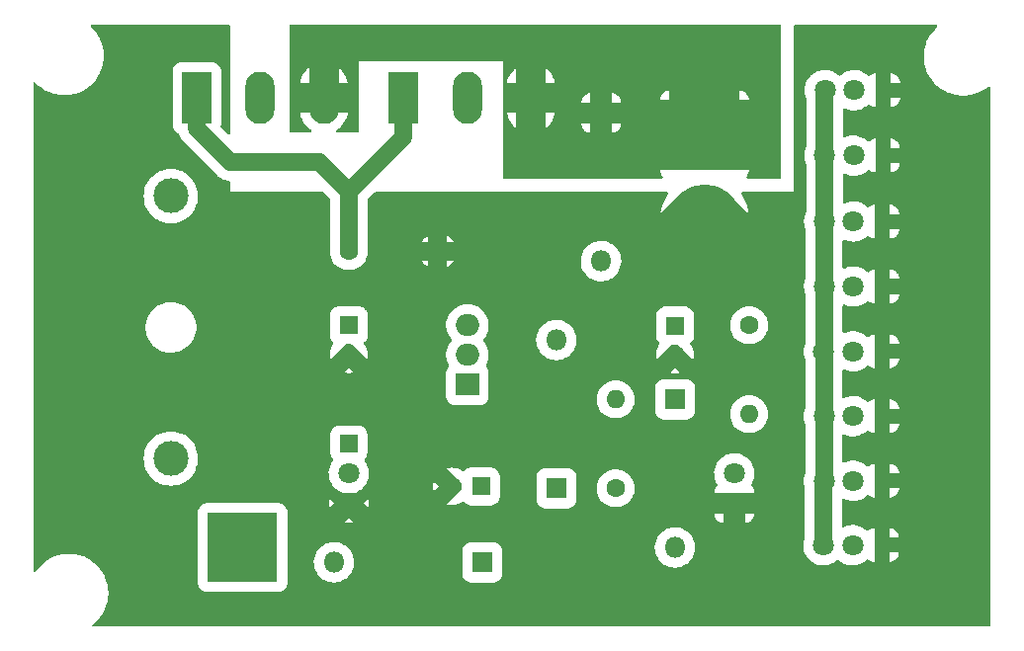
<source format=gbr>
%TF.GenerationSoftware,KiCad,Pcbnew,6.0.2+dfsg-1*%
%TF.CreationDate,2023-08-31T23:14:48-03:00*%
%TF.ProjectId,placa_alimentacao,706c6163-615f-4616-9c69-6d656e746163,rev?*%
%TF.SameCoordinates,Original*%
%TF.FileFunction,Copper,L1,Top*%
%TF.FilePolarity,Positive*%
%FSLAX46Y46*%
G04 Gerber Fmt 4.6, Leading zero omitted, Abs format (unit mm)*
G04 Created by KiCad (PCBNEW 6.0.2+dfsg-1) date 2023-08-31 23:14:48*
%MOMM*%
%LPD*%
G01*
G04 APERTURE LIST*
%TA.AperFunction,ComponentPad*%
%ADD10C,3.000000*%
%TD*%
%TA.AperFunction,ComponentPad*%
%ADD11R,1.600000X1.600000*%
%TD*%
%TA.AperFunction,ComponentPad*%
%ADD12C,1.600000*%
%TD*%
%TA.AperFunction,ComponentPad*%
%ADD13O,1.600000X1.600000*%
%TD*%
%TA.AperFunction,ComponentPad*%
%ADD14R,1.800000X1.800000*%
%TD*%
%TA.AperFunction,ComponentPad*%
%ADD15C,1.800000*%
%TD*%
%TA.AperFunction,ComponentPad*%
%ADD16R,1.280000X1.280000*%
%TD*%
%TA.AperFunction,ComponentPad*%
%ADD17R,2.500000X4.500000*%
%TD*%
%TA.AperFunction,ComponentPad*%
%ADD18O,2.500000X4.500000*%
%TD*%
%TA.AperFunction,ComponentPad*%
%ADD19O,1.800000X1.800000*%
%TD*%
%TA.AperFunction,ComponentPad*%
%ADD20R,1.500000X1.500000*%
%TD*%
%TA.AperFunction,ComponentPad*%
%ADD21C,6.000000*%
%TD*%
%TA.AperFunction,ComponentPad*%
%ADD22R,6.000000X6.000000*%
%TD*%
%TA.AperFunction,ComponentPad*%
%ADD23R,2.000000X1.905000*%
%TD*%
%TA.AperFunction,ComponentPad*%
%ADD24O,2.000000X1.905000*%
%TD*%
%TA.AperFunction,Conductor*%
%ADD25C,1.500000*%
%TD*%
G04 APERTURE END LIST*
D10*
%TO.P,F1,1*%
%TO.N,/Vin*%
X109220000Y-57150000D03*
%TO.P,F1,2*%
%TO.N,/VDC*%
X109220000Y-34650000D03*
%TD*%
D11*
%TO.P,C3,1*%
%TO.N,Net-(C3-Pad1)*%
X135777361Y-59536027D03*
D12*
%TO.P,C3,2*%
%TO.N,GND*%
X133277361Y-59536027D03*
%TD*%
%TO.P,R3,1*%
%TO.N,/VDC*%
X158750000Y-45720000D03*
D13*
%TO.P,R3,2*%
%TO.N,Net-(D5-Pad2)*%
X158750000Y-53340000D03*
%TD*%
D14*
%TO.P,D5,1,K*%
%TO.N,GND*%
X157480000Y-60960000D03*
D15*
%TO.P,D5,2,A*%
%TO.N,Net-(D5-Pad2)*%
X157480000Y-58420000D03*
%TD*%
D11*
%TO.P,C1,1*%
%TO.N,/VDC*%
X124460000Y-45720000D03*
D12*
%TO.P,C1,2*%
%TO.N,GND*%
X124460000Y-48220000D03*
%TD*%
D16*
%TO.P,J3,1,1*%
%TO.N,GND*%
X170180000Y-36830000D03*
D15*
%TO.P,J3,2,2*%
%TO.N,VOUT*%
X167680000Y-36830000D03*
%TO.P,J3,3,3*%
%TO.N,DATA*%
X165180000Y-36830000D03*
%TD*%
D17*
%TO.P,Q1,1,BASE*%
%TO.N,/Tbase*%
X129165000Y-26245000D03*
D18*
%TO.P,Q1,2,COLLECTOR*%
%TO.N,/VDC*%
X134615000Y-26245000D03*
%TO.P,Q1,3,EMITTER*%
%TO.N,VOUT*%
X140065000Y-26245000D03*
%TD*%
D14*
%TO.P,D2,1,A*%
%TO.N,/ADJ*%
X152400000Y-52070000D03*
D19*
%TO.P,D2,2,K*%
%TO.N,Net-(C3-Pad1)*%
X152400000Y-64770000D03*
%TD*%
D16*
%TO.P,J6,1,1*%
%TO.N,GND*%
X170155962Y-59051842D03*
D15*
%TO.P,J6,2,2*%
%TO.N,VOUT*%
X167655962Y-59051842D03*
%TO.P,J6,3,3*%
%TO.N,DATA*%
X165155962Y-59051842D03*
%TD*%
D16*
%TO.P,J8,1,1*%
%TO.N,GND*%
X170237184Y-25574833D03*
D15*
%TO.P,J8,2,2*%
%TO.N,VOUT*%
X167737184Y-25574833D03*
%TO.P,J8,3,3*%
%TO.N,DATA*%
X165237184Y-25574833D03*
%TD*%
D11*
%TO.P,C2,1*%
%TO.N,/VDC*%
X152400000Y-45760000D03*
D12*
%TO.P,C2,2*%
%TO.N,GND*%
X152400000Y-48260000D03*
%TD*%
D20*
%TO.P,VR1,1*%
%TO.N,/ADJ*%
X124460000Y-55880000D03*
D15*
%TO.P,VR1,2*%
X124460000Y-58420000D03*
%TO.P,VR1,3*%
%TO.N,GND*%
X124460000Y-60960000D03*
%TD*%
D12*
%TO.P,R1,1*%
%TO.N,Net-(C3-Pad1)*%
X147320000Y-59690000D03*
D13*
%TO.P,R1,2*%
%TO.N,/ADJ*%
X147320000Y-52070000D03*
%TD*%
D16*
%TO.P,J10,1,1*%
%TO.N,GND*%
X170115617Y-64570729D03*
D15*
%TO.P,J10,2,2*%
%TO.N,VOUT*%
X167615617Y-64570729D03*
%TO.P,J10,3,3*%
%TO.N,DATA*%
X165115617Y-64570729D03*
%TD*%
D17*
%TO.P,Q2,1,BASE*%
%TO.N,/Tbase*%
X111435000Y-26245000D03*
D18*
%TO.P,Q2,2,COLLECTOR*%
%TO.N,/VDC*%
X116885000Y-26245000D03*
%TO.P,Q2,3,EMITTER*%
%TO.N,VOUT*%
X122335000Y-26245000D03*
%TD*%
D21*
%TO.P,J1,N,NEG*%
%TO.N,GND*%
X108160000Y-64770000D03*
D22*
%TO.P,J1,P,POS*%
%TO.N,/Vin*%
X115360000Y-64770000D03*
%TD*%
D16*
%TO.P,J7,1,1*%
%TO.N,GND*%
X170150740Y-47961093D03*
D15*
%TO.P,J7,2,2*%
%TO.N,VOUT*%
X167650740Y-47961093D03*
%TO.P,J7,3,3*%
%TO.N,DATA*%
X165150740Y-47961093D03*
%TD*%
D14*
%TO.P,D1,1,A*%
%TO.N,Net-(C3-Pad1)*%
X142240000Y-59690000D03*
D19*
%TO.P,D1,2,K*%
%TO.N,/VDC*%
X142240000Y-46990000D03*
%TD*%
D23*
%TO.P,U1,1,ADJ*%
%TO.N,/ADJ*%
X134620000Y-50800000D03*
D24*
%TO.P,U1,2,VO*%
%TO.N,Net-(C3-Pad1)*%
X134620000Y-48260000D03*
%TO.P,U1,3,VI*%
%TO.N,/VDC*%
X134620000Y-45720000D03*
%TD*%
D14*
%TO.P,D3,1,A*%
%TO.N,Net-(C3-Pad1)*%
X135890000Y-66040000D03*
D19*
%TO.P,D3,2,K*%
%TO.N,/Tbase*%
X123190000Y-66040000D03*
%TD*%
D16*
%TO.P,J5,1,1*%
%TO.N,GND*%
X170208592Y-31180780D03*
D15*
%TO.P,J5,2,2*%
%TO.N,VOUT*%
X167708592Y-31180780D03*
%TO.P,J5,3,3*%
%TO.N,DATA*%
X165208592Y-31180780D03*
%TD*%
D16*
%TO.P,J4,1,1*%
%TO.N,GND*%
X170155962Y-53516993D03*
D15*
%TO.P,J4,2,2*%
%TO.N,VOUT*%
X167655962Y-53516993D03*
%TO.P,J4,3,3*%
%TO.N,DATA*%
X165155962Y-53516993D03*
%TD*%
D12*
%TO.P,R2,1*%
%TO.N,/Tbase*%
X124460000Y-39370000D03*
D13*
%TO.P,R2,2*%
%TO.N,GND*%
X132080000Y-39370000D03*
%TD*%
D14*
%TO.P,D4,1,A*%
%TO.N,VOUT*%
X146069631Y-27523558D03*
D19*
%TO.P,D4,2,K*%
%TO.N,/VDC*%
X146069631Y-40223558D03*
%TD*%
D21*
%TO.P,J2,N,NEG*%
%TO.N,GND*%
X154940000Y-36620000D03*
D22*
%TO.P,J2,P,POS*%
%TO.N,VOUT*%
X154940000Y-29420000D03*
%TD*%
D16*
%TO.P,J9,1,1*%
%TO.N,GND*%
X170179999Y-42401862D03*
D15*
%TO.P,J9,2,2*%
%TO.N,VOUT*%
X167679999Y-42401862D03*
%TO.P,J9,3,3*%
%TO.N,DATA*%
X165179999Y-42401862D03*
%TD*%
D25*
%TO.N,DATA*%
X165274378Y-58933426D02*
X165115617Y-59092187D01*
X165155962Y-59051842D02*
X165155962Y-53516993D01*
X165155962Y-53516993D02*
X165155962Y-47966315D01*
X165208592Y-36801408D02*
X165180000Y-36830000D01*
X165237184Y-25574833D02*
X165274378Y-25612027D01*
X165179999Y-42401862D02*
X165179999Y-47931834D01*
X165208592Y-25603425D02*
X165237184Y-25574833D01*
X165208592Y-31180780D02*
X165208592Y-36801408D01*
X165208592Y-31180780D02*
X165208592Y-25603425D01*
X165155962Y-47966315D02*
X165150740Y-47961093D01*
X165115617Y-64570729D02*
X165115617Y-59092187D01*
X165180000Y-36830000D02*
X165179999Y-42401862D01*
X165115617Y-59092187D02*
X165155962Y-59051842D01*
X165179999Y-47931834D02*
X165150740Y-47961093D01*
%TO.N,/Tbase*%
X114300000Y-31750000D02*
X121920000Y-31750000D01*
X129165000Y-26245000D02*
X129165000Y-29585000D01*
X129165000Y-29585000D02*
X124460000Y-34290000D01*
X111435000Y-28885000D02*
X114300000Y-31750000D01*
X124460000Y-34290000D02*
X124460000Y-39370000D01*
X121920000Y-31750000D02*
X124460000Y-34290000D01*
X111435000Y-26245000D02*
X111435000Y-28885000D01*
%TD*%
%TA.AperFunction,Conductor*%
%TO.N,VOUT*%
G36*
X161440367Y-19945002D02*
G01*
X161486860Y-19998658D01*
X161498246Y-20051000D01*
X161498246Y-33020377D01*
X161478244Y-33088498D01*
X161424588Y-33134991D01*
X161372246Y-33146377D01*
X158645653Y-33146377D01*
X158577532Y-33126375D01*
X158531039Y-33072719D01*
X158520935Y-33002445D01*
X158547181Y-32941768D01*
X158616844Y-32854502D01*
X158624305Y-32842654D01*
X158696287Y-32693752D01*
X158700937Y-32680549D01*
X158738527Y-32517730D01*
X158739947Y-32507812D01*
X158740000Y-32505973D01*
X158740000Y-32438115D01*
X158735525Y-32422876D01*
X158734135Y-32421671D01*
X158726452Y-32420000D01*
X151158116Y-32420000D01*
X151142877Y-32424475D01*
X151141672Y-32425865D01*
X151140001Y-32433548D01*
X151140001Y-32506003D01*
X151140052Y-32507797D01*
X151141473Y-32517728D01*
X151179063Y-32680549D01*
X151183713Y-32693752D01*
X151255695Y-32842654D01*
X151263156Y-32854502D01*
X151332819Y-32941768D01*
X151359686Y-33007485D01*
X151346759Y-33077295D01*
X151298142Y-33129034D01*
X151234349Y-33146377D01*
X137928106Y-33146376D01*
X137764758Y-33146376D01*
X137696637Y-33126374D01*
X137650144Y-33072718D01*
X137638758Y-33020376D01*
X137638758Y-27510736D01*
X138028576Y-27510736D01*
X138029687Y-27526619D01*
X138030906Y-27535296D01*
X138088687Y-27807135D01*
X138091106Y-27815572D01*
X138186155Y-28076713D01*
X138189726Y-28084733D01*
X138320186Y-28330095D01*
X138324845Y-28337551D01*
X138488185Y-28562369D01*
X138493832Y-28569099D01*
X138686879Y-28769005D01*
X138693401Y-28774876D01*
X138800723Y-28858726D01*
X138812353Y-28863339D01*
X138814175Y-28856496D01*
X141315000Y-28856496D01*
X141318878Y-28869703D01*
X141326740Y-28866671D01*
X141333464Y-28861417D01*
X141539974Y-28675475D01*
X141546077Y-28669155D01*
X141679993Y-28509561D01*
X144369632Y-28509561D01*
X144369683Y-28511355D01*
X144371104Y-28521286D01*
X144408694Y-28684107D01*
X144413344Y-28697310D01*
X144485326Y-28846212D01*
X144492787Y-28858060D01*
X144595977Y-28987325D01*
X144605864Y-28997212D01*
X144735129Y-29100402D01*
X144746977Y-29107863D01*
X144895879Y-29179845D01*
X144909082Y-29184495D01*
X145071901Y-29222085D01*
X145081819Y-29223505D01*
X145083658Y-29223558D01*
X145151516Y-29223558D01*
X145166755Y-29219083D01*
X145167960Y-29217693D01*
X145169631Y-29210010D01*
X145169631Y-29205442D01*
X146969631Y-29205442D01*
X146974106Y-29220681D01*
X146975496Y-29221886D01*
X146983179Y-29223557D01*
X147055634Y-29223557D01*
X147057436Y-29223505D01*
X147067359Y-29222085D01*
X147230180Y-29184495D01*
X147243383Y-29179845D01*
X147392285Y-29107863D01*
X147404133Y-29100402D01*
X147533398Y-28997212D01*
X147543285Y-28987325D01*
X147646475Y-28858060D01*
X147653936Y-28846212D01*
X147725918Y-28697310D01*
X147730568Y-28684107D01*
X147768158Y-28521288D01*
X147769578Y-28511370D01*
X147769631Y-28509531D01*
X147769631Y-28441673D01*
X147765156Y-28426434D01*
X147763766Y-28425229D01*
X147756083Y-28423558D01*
X146987746Y-28423558D01*
X146972507Y-28428033D01*
X146971302Y-28429423D01*
X146969631Y-28437106D01*
X146969631Y-29205442D01*
X145169631Y-29205442D01*
X145169631Y-28441673D01*
X145165156Y-28426434D01*
X145163766Y-28425229D01*
X145156083Y-28423558D01*
X144387747Y-28423558D01*
X144372508Y-28428033D01*
X144371303Y-28429423D01*
X144369632Y-28437106D01*
X144369632Y-28509561D01*
X141679993Y-28509561D01*
X141724707Y-28456273D01*
X141729867Y-28449170D01*
X141877136Y-28213491D01*
X141881248Y-28205757D01*
X141994287Y-27951867D01*
X141997286Y-27943626D01*
X142073887Y-27676487D01*
X142075711Y-27667908D01*
X142097490Y-27512940D01*
X142095429Y-27498920D01*
X142081999Y-27495000D01*
X141333115Y-27495000D01*
X141317876Y-27499475D01*
X141316671Y-27500865D01*
X141315000Y-27508548D01*
X141315000Y-28856496D01*
X138814175Y-28856496D01*
X138815000Y-28853396D01*
X138815000Y-27513115D01*
X138810525Y-27497876D01*
X138809135Y-27496671D01*
X138801452Y-27495000D01*
X138045591Y-27495000D01*
X138030632Y-27499392D01*
X138028576Y-27510736D01*
X137638758Y-27510736D01*
X137638758Y-26605443D01*
X144369631Y-26605443D01*
X144374106Y-26620682D01*
X144375496Y-26621887D01*
X144383179Y-26623558D01*
X145151516Y-26623558D01*
X145166755Y-26619083D01*
X145167960Y-26617693D01*
X145169631Y-26610010D01*
X145169631Y-26605443D01*
X146969631Y-26605443D01*
X146974106Y-26620682D01*
X146975496Y-26621887D01*
X146983179Y-26623558D01*
X147751515Y-26623558D01*
X147766754Y-26619083D01*
X147767959Y-26617693D01*
X147769630Y-26610010D01*
X147769630Y-26537555D01*
X147769578Y-26535753D01*
X147768158Y-26525830D01*
X147739543Y-26401885D01*
X151140000Y-26401885D01*
X151144475Y-26417124D01*
X151145865Y-26418329D01*
X151153548Y-26420000D01*
X151921885Y-26420000D01*
X151937124Y-26415525D01*
X151938329Y-26414135D01*
X151940000Y-26406452D01*
X151940000Y-26401885D01*
X157940000Y-26401885D01*
X157944475Y-26417124D01*
X157945865Y-26418329D01*
X157953548Y-26420000D01*
X158721884Y-26420000D01*
X158737123Y-26415525D01*
X158738328Y-26414135D01*
X158739999Y-26406452D01*
X158739999Y-26333997D01*
X158739947Y-26332195D01*
X158738527Y-26322272D01*
X158700937Y-26159451D01*
X158696287Y-26146248D01*
X158624305Y-25997346D01*
X158616844Y-25985498D01*
X158513654Y-25856233D01*
X158503767Y-25846346D01*
X158374502Y-25743156D01*
X158362654Y-25735695D01*
X158213752Y-25663713D01*
X158200549Y-25659063D01*
X158037730Y-25621473D01*
X158027812Y-25620053D01*
X158025973Y-25620000D01*
X157958115Y-25620000D01*
X157942876Y-25624475D01*
X157941671Y-25625865D01*
X157940000Y-25633548D01*
X157940000Y-26401885D01*
X151940000Y-26401885D01*
X151940000Y-25638116D01*
X151935525Y-25622877D01*
X151934135Y-25621672D01*
X151926452Y-25620001D01*
X151853997Y-25620001D01*
X151852195Y-25620053D01*
X151842272Y-25621473D01*
X151679451Y-25659063D01*
X151666248Y-25663713D01*
X151517346Y-25735695D01*
X151505498Y-25743156D01*
X151376233Y-25846346D01*
X151366346Y-25856233D01*
X151263156Y-25985498D01*
X151255695Y-25997346D01*
X151183713Y-26146248D01*
X151179063Y-26159451D01*
X151141473Y-26322270D01*
X151140053Y-26332188D01*
X151140000Y-26334027D01*
X151140000Y-26401885D01*
X147739543Y-26401885D01*
X147730568Y-26363009D01*
X147725918Y-26349806D01*
X147653936Y-26200904D01*
X147646475Y-26189056D01*
X147543285Y-26059791D01*
X147533398Y-26049904D01*
X147404133Y-25946714D01*
X147392285Y-25939253D01*
X147243383Y-25867271D01*
X147230180Y-25862621D01*
X147067361Y-25825031D01*
X147057443Y-25823611D01*
X147055604Y-25823558D01*
X146987746Y-25823558D01*
X146972507Y-25828033D01*
X146971302Y-25829423D01*
X146969631Y-25837106D01*
X146969631Y-26605443D01*
X145169631Y-26605443D01*
X145169631Y-25841674D01*
X145165156Y-25826435D01*
X145163766Y-25825230D01*
X145156083Y-25823559D01*
X145083628Y-25823559D01*
X145081826Y-25823611D01*
X145071903Y-25825031D01*
X144909082Y-25862621D01*
X144895879Y-25867271D01*
X144746977Y-25939253D01*
X144735129Y-25946714D01*
X144605864Y-26049904D01*
X144595977Y-26059791D01*
X144492787Y-26189056D01*
X144485326Y-26200904D01*
X144413344Y-26349806D01*
X144408694Y-26363009D01*
X144371104Y-26525828D01*
X144369684Y-26535746D01*
X144369631Y-26537585D01*
X144369631Y-26605443D01*
X137638758Y-26605443D01*
X137638758Y-24977060D01*
X138032510Y-24977060D01*
X138034571Y-24991080D01*
X138048001Y-24995000D01*
X138796885Y-24995000D01*
X138812124Y-24990525D01*
X138813329Y-24989135D01*
X138815000Y-24981452D01*
X138815000Y-24976885D01*
X141315000Y-24976885D01*
X141319475Y-24992124D01*
X141320865Y-24993329D01*
X141328548Y-24995000D01*
X142084409Y-24995000D01*
X142099368Y-24990608D01*
X142101424Y-24979264D01*
X142100313Y-24963381D01*
X142099094Y-24954704D01*
X142041313Y-24682865D01*
X142038894Y-24674428D01*
X141943845Y-24413287D01*
X141940274Y-24405267D01*
X141809814Y-24159905D01*
X141805155Y-24152449D01*
X141641815Y-23927631D01*
X141636168Y-23920901D01*
X141443121Y-23720995D01*
X141436599Y-23715124D01*
X141329277Y-23631274D01*
X141317647Y-23626661D01*
X141315000Y-23636604D01*
X141315000Y-24976885D01*
X138815000Y-24976885D01*
X138815000Y-23633504D01*
X138811122Y-23620297D01*
X138803260Y-23623329D01*
X138796536Y-23628583D01*
X138590026Y-23814525D01*
X138583923Y-23820845D01*
X138405293Y-24033727D01*
X138400133Y-24040830D01*
X138252864Y-24276509D01*
X138248752Y-24284243D01*
X138135713Y-24538133D01*
X138132714Y-24546374D01*
X138056113Y-24813513D01*
X138054289Y-24822092D01*
X138032510Y-24977060D01*
X137638758Y-24977060D01*
X137638758Y-23074148D01*
X125304289Y-23074148D01*
X125304289Y-29084000D01*
X125284287Y-29152121D01*
X125230631Y-29198614D01*
X125178289Y-29210000D01*
X123499893Y-29210000D01*
X123431772Y-29189998D01*
X123385279Y-29136342D01*
X123375175Y-29066068D01*
X123404669Y-29001488D01*
X123429435Y-28979541D01*
X123596542Y-28866826D01*
X123603459Y-28861422D01*
X123809974Y-28675475D01*
X123816077Y-28669155D01*
X123994707Y-28456273D01*
X123999867Y-28449170D01*
X124147136Y-28213491D01*
X124151248Y-28205757D01*
X124264287Y-27951867D01*
X124267286Y-27943626D01*
X124343887Y-27676487D01*
X124345711Y-27667908D01*
X124367490Y-27512940D01*
X124365429Y-27498920D01*
X124351999Y-27495000D01*
X120315591Y-27495000D01*
X120300632Y-27499392D01*
X120298576Y-27510736D01*
X120299687Y-27526619D01*
X120300906Y-27535296D01*
X120358687Y-27807135D01*
X120361106Y-27815572D01*
X120456155Y-28076713D01*
X120459726Y-28084733D01*
X120590186Y-28330095D01*
X120594845Y-28337551D01*
X120758185Y-28562369D01*
X120763832Y-28569099D01*
X120956879Y-28769005D01*
X120963401Y-28774877D01*
X121182389Y-28945969D01*
X121189662Y-28950875D01*
X121231242Y-28974881D01*
X121280235Y-29026263D01*
X121293672Y-29095977D01*
X121267285Y-29161888D01*
X121209453Y-29203070D01*
X121168242Y-29210000D01*
X119506000Y-29210000D01*
X119437879Y-29189998D01*
X119391386Y-29136342D01*
X119380000Y-29084000D01*
X119380000Y-24977060D01*
X120302510Y-24977060D01*
X120304571Y-24991080D01*
X120318001Y-24995000D01*
X121066885Y-24995000D01*
X121082124Y-24990525D01*
X121083329Y-24989135D01*
X121085000Y-24981452D01*
X121085000Y-24976885D01*
X123585000Y-24976885D01*
X123589475Y-24992124D01*
X123590865Y-24993329D01*
X123598548Y-24995000D01*
X124354409Y-24995000D01*
X124369368Y-24990608D01*
X124371424Y-24979264D01*
X124370313Y-24963381D01*
X124369094Y-24954704D01*
X124311313Y-24682865D01*
X124308894Y-24674428D01*
X124213845Y-24413287D01*
X124210274Y-24405267D01*
X124079814Y-24159905D01*
X124075155Y-24152449D01*
X123911815Y-23927631D01*
X123906168Y-23920901D01*
X123713121Y-23720995D01*
X123706599Y-23715124D01*
X123599277Y-23631274D01*
X123587647Y-23626661D01*
X123585000Y-23636604D01*
X123585000Y-24976885D01*
X121085000Y-24976885D01*
X121085000Y-23633504D01*
X121081122Y-23620297D01*
X121073260Y-23623329D01*
X121066536Y-23628583D01*
X120860026Y-23814525D01*
X120853923Y-23820845D01*
X120675293Y-24033727D01*
X120670133Y-24040830D01*
X120522864Y-24276509D01*
X120518752Y-24284243D01*
X120405713Y-24538133D01*
X120402714Y-24546374D01*
X120326113Y-24813513D01*
X120324289Y-24822092D01*
X120302510Y-24977060D01*
X119380000Y-24977060D01*
X119380000Y-20051000D01*
X119400002Y-19982879D01*
X119453658Y-19936386D01*
X119506000Y-19925000D01*
X161372246Y-19925000D01*
X161440367Y-19945002D01*
G37*
%TD.AperFunction*%
%TD*%
%TA.AperFunction,Conductor*%
%TO.N,GND*%
G36*
X114242121Y-19970002D02*
G01*
X114288614Y-20023658D01*
X114300000Y-20076000D01*
X114300000Y-29217717D01*
X114279998Y-29285838D01*
X114226342Y-29332331D01*
X114156068Y-29342435D01*
X114091488Y-29312941D01*
X114084905Y-29306812D01*
X113533766Y-28755673D01*
X113499740Y-28693361D01*
X113500603Y-28636098D01*
X113506339Y-28613091D01*
X113507685Y-28607694D01*
X113510500Y-28566404D01*
X113510500Y-23923596D01*
X113507685Y-23882306D01*
X113464295Y-23708275D01*
X113461264Y-23702168D01*
X113461262Y-23702164D01*
X113387579Y-23553732D01*
X113384546Y-23547622D01*
X113304121Y-23447593D01*
X113276430Y-23413153D01*
X113272159Y-23407841D01*
X113132378Y-23295454D01*
X113076184Y-23267559D01*
X112977836Y-23218738D01*
X112977832Y-23218736D01*
X112971725Y-23215705D01*
X112797694Y-23172315D01*
X112776922Y-23170899D01*
X112758551Y-23169646D01*
X112758540Y-23169646D01*
X112756404Y-23169500D01*
X110113596Y-23169500D01*
X110111460Y-23169646D01*
X110111449Y-23169646D01*
X110093078Y-23170899D01*
X110072306Y-23172315D01*
X109898275Y-23215705D01*
X109892168Y-23218736D01*
X109892164Y-23218738D01*
X109793816Y-23267559D01*
X109737622Y-23295454D01*
X109597841Y-23407841D01*
X109593570Y-23413153D01*
X109565880Y-23447593D01*
X109485454Y-23547622D01*
X109482421Y-23553732D01*
X109408738Y-23702164D01*
X109408736Y-23702168D01*
X109405705Y-23708275D01*
X109362315Y-23882306D01*
X109359500Y-23923596D01*
X109359500Y-28566404D01*
X109362315Y-28607694D01*
X109405705Y-28781725D01*
X109408736Y-28787832D01*
X109408738Y-28787836D01*
X109410390Y-28791163D01*
X109485454Y-28942378D01*
X109597841Y-29082159D01*
X109737622Y-29194546D01*
X109743732Y-29197579D01*
X109857254Y-29253932D01*
X109909377Y-29302137D01*
X109923593Y-29336737D01*
X109935183Y-29383923D01*
X109937161Y-29388582D01*
X109948708Y-29415785D01*
X109953346Y-29428598D01*
X109963350Y-29461733D01*
X109965573Y-29466290D01*
X109965573Y-29466291D01*
X109999382Y-29535611D01*
X110002118Y-29541613D01*
X110023148Y-29591156D01*
X110034244Y-29617297D01*
X110036942Y-29621582D01*
X110036945Y-29621587D01*
X110052692Y-29646593D01*
X110059318Y-29658496D01*
X110074490Y-29689604D01*
X110121890Y-29756798D01*
X110125516Y-29762235D01*
X110169344Y-29831832D01*
X110192241Y-29857803D01*
X110200677Y-29868486D01*
X110220632Y-29896774D01*
X110241146Y-29919239D01*
X110282753Y-29960846D01*
X110288171Y-29966614D01*
X110337006Y-30022006D01*
X110340920Y-30025221D01*
X110370922Y-30049865D01*
X110380041Y-30058134D01*
X113168282Y-32846375D01*
X113170734Y-32848896D01*
X113242355Y-32924633D01*
X113246376Y-32927707D01*
X113307661Y-32974563D01*
X113312794Y-32978705D01*
X113375401Y-33031988D01*
X113405015Y-33049923D01*
X113416242Y-33057580D01*
X113443762Y-33078621D01*
X113448225Y-33081014D01*
X113516210Y-33117467D01*
X113521923Y-33120725D01*
X113592261Y-33163323D01*
X113624360Y-33176291D01*
X113636689Y-33182067D01*
X113667198Y-33198426D01*
X113744931Y-33225192D01*
X113751097Y-33227497D01*
X113827328Y-33258296D01*
X113832268Y-33259418D01*
X113832267Y-33259418D01*
X113861080Y-33265964D01*
X113874179Y-33269695D01*
X113895101Y-33276899D01*
X113902137Y-33279322D01*
X113902140Y-33279323D01*
X113906915Y-33280967D01*
X113911898Y-33281828D01*
X113911899Y-33281828D01*
X113987919Y-33294959D01*
X113994385Y-33296251D01*
X114074557Y-33314465D01*
X114079606Y-33314783D01*
X114079608Y-33314783D01*
X114097368Y-33315900D01*
X114109095Y-33316638D01*
X114122621Y-33318226D01*
X114156744Y-33324120D01*
X114160706Y-33324300D01*
X114160707Y-33324300D01*
X114168295Y-33324645D01*
X114179715Y-33325163D01*
X114246858Y-33348234D01*
X114290870Y-33403943D01*
X114300000Y-33451033D01*
X114300000Y-34290000D01*
X122179717Y-34290000D01*
X122247838Y-34310002D01*
X122268812Y-34326905D01*
X122847595Y-34905688D01*
X122881621Y-34968000D01*
X122884500Y-34994783D01*
X122884500Y-38954431D01*
X122881019Y-38983845D01*
X122850703Y-39110117D01*
X122850702Y-39110123D01*
X122849548Y-39114930D01*
X122829474Y-39370000D01*
X122849548Y-39625070D01*
X122850702Y-39629877D01*
X122850703Y-39629883D01*
X122862507Y-39679049D01*
X122909278Y-39873860D01*
X123007191Y-40110243D01*
X123140877Y-40328399D01*
X123307044Y-40522956D01*
X123501601Y-40689123D01*
X123719757Y-40822809D01*
X123724327Y-40824702D01*
X123724331Y-40824704D01*
X123932553Y-40910952D01*
X123956140Y-40920722D01*
X124000925Y-40931474D01*
X124200117Y-40979297D01*
X124200123Y-40979298D01*
X124204930Y-40980452D01*
X124460000Y-41000526D01*
X124715070Y-40980452D01*
X124719877Y-40979298D01*
X124719883Y-40979297D01*
X124919075Y-40931474D01*
X124963860Y-40920722D01*
X124987447Y-40910952D01*
X125195669Y-40824704D01*
X125195673Y-40824702D01*
X125200243Y-40822809D01*
X125418399Y-40689123D01*
X125612956Y-40522956D01*
X125779123Y-40328399D01*
X125873285Y-40174741D01*
X130698190Y-40174741D01*
X130700436Y-40180966D01*
X130778986Y-40309148D01*
X130784786Y-40317130D01*
X130941917Y-40501108D01*
X130948892Y-40508083D01*
X131132870Y-40665214D01*
X131140852Y-40671014D01*
X131264554Y-40746819D01*
X131278167Y-40750501D01*
X131278662Y-40749904D01*
X131280000Y-40743420D01*
X131280000Y-40738169D01*
X132880000Y-40738169D01*
X132883973Y-40751700D01*
X132884741Y-40751810D01*
X132890966Y-40749564D01*
X133019148Y-40671014D01*
X133027130Y-40665214D01*
X133211108Y-40508083D01*
X133218083Y-40501108D01*
X133375214Y-40317130D01*
X133381014Y-40309148D01*
X133456819Y-40185446D01*
X133458762Y-40178263D01*
X144339886Y-40178263D01*
X144340110Y-40182929D01*
X144340110Y-40182934D01*
X144345676Y-40298809D01*
X144352191Y-40434433D01*
X144402225Y-40685971D01*
X144488889Y-40927350D01*
X144610279Y-41153268D01*
X144763728Y-41358762D01*
X144767037Y-41362042D01*
X144767042Y-41362048D01*
X144866602Y-41460742D01*
X144945866Y-41539317D01*
X144949628Y-41542075D01*
X144949631Y-41542078D01*
X145056467Y-41620413D01*
X145152692Y-41690968D01*
X145156827Y-41693144D01*
X145156831Y-41693146D01*
X145208226Y-41720186D01*
X145379660Y-41810382D01*
X145621787Y-41894936D01*
X145626380Y-41895808D01*
X145869162Y-41941902D01*
X145869165Y-41941902D01*
X145873751Y-41942773D01*
X146001885Y-41947807D01*
X146125351Y-41952659D01*
X146125357Y-41952659D01*
X146130019Y-41952842D01*
X146229910Y-41941902D01*
X146380307Y-41925431D01*
X146380312Y-41925430D01*
X146384960Y-41924921D01*
X146495540Y-41895808D01*
X146628451Y-41860816D01*
X146628454Y-41860815D01*
X146632974Y-41859625D01*
X146637271Y-41857779D01*
X146864318Y-41760232D01*
X146864320Y-41760231D01*
X146868612Y-41758387D01*
X146982028Y-41688203D01*
X147082725Y-41625890D01*
X147082729Y-41625887D01*
X147086698Y-41623431D01*
X147282441Y-41457722D01*
X147451540Y-41264901D01*
X147494512Y-41198095D01*
X147567245Y-41085018D01*
X147590282Y-41049204D01*
X147695617Y-40815368D01*
X147765232Y-40568532D01*
X147797598Y-40314117D01*
X147799969Y-40223558D01*
X147796113Y-40171671D01*
X147781309Y-39972450D01*
X147781308Y-39972446D01*
X147780963Y-39967798D01*
X147724361Y-39717656D01*
X147631409Y-39478628D01*
X147610656Y-39442317D01*
X147506466Y-39260025D01*
X147504146Y-39255965D01*
X147345370Y-39054559D01*
X147158568Y-38878833D01*
X146947844Y-38732648D01*
X146943654Y-38730582D01*
X146943651Y-38730580D01*
X146722015Y-38621282D01*
X146722012Y-38621281D01*
X146717827Y-38619217D01*
X146473570Y-38541029D01*
X146468963Y-38540279D01*
X146468960Y-38540278D01*
X146234532Y-38502099D01*
X146220440Y-38499804D01*
X146095926Y-38498174D01*
X145968673Y-38496508D01*
X145968670Y-38496508D01*
X145963996Y-38496447D01*
X145863505Y-38510123D01*
X145714514Y-38530400D01*
X145714507Y-38530401D01*
X145709874Y-38531032D01*
X145705384Y-38532341D01*
X145705378Y-38532342D01*
X145613804Y-38559034D01*
X145463654Y-38602799D01*
X145459407Y-38604757D01*
X145459404Y-38604758D01*
X145431127Y-38617794D01*
X145230746Y-38710170D01*
X145226837Y-38712733D01*
X145020181Y-38848223D01*
X145020176Y-38848226D01*
X145016268Y-38850789D01*
X144984847Y-38878833D01*
X144883436Y-38969346D01*
X144824930Y-39021564D01*
X144660936Y-39218746D01*
X144527889Y-39438001D01*
X144526080Y-39442315D01*
X144526079Y-39442317D01*
X144449445Y-39625070D01*
X144428711Y-39674514D01*
X144365581Y-39923088D01*
X144339886Y-40178263D01*
X133458762Y-40178263D01*
X133460501Y-40171833D01*
X133459904Y-40171338D01*
X133453420Y-40170000D01*
X132898115Y-40170000D01*
X132882876Y-40174475D01*
X132881671Y-40175865D01*
X132880000Y-40183548D01*
X132880000Y-40738169D01*
X131280000Y-40738169D01*
X131280000Y-40188115D01*
X131275525Y-40172876D01*
X131274135Y-40171671D01*
X131266452Y-40170000D01*
X130711831Y-40170000D01*
X130698300Y-40173973D01*
X130698190Y-40174741D01*
X125873285Y-40174741D01*
X125912809Y-40110243D01*
X126010722Y-39873860D01*
X126057493Y-39679049D01*
X126069297Y-39629883D01*
X126069298Y-39629877D01*
X126070452Y-39625070D01*
X126090526Y-39370000D01*
X126070452Y-39114930D01*
X126069298Y-39110123D01*
X126069297Y-39110117D01*
X126038981Y-38983845D01*
X126035500Y-38954431D01*
X126035500Y-38568167D01*
X130699499Y-38568167D01*
X130700096Y-38568662D01*
X130706580Y-38570000D01*
X131261885Y-38570000D01*
X131277124Y-38565525D01*
X131278329Y-38564135D01*
X131280000Y-38556452D01*
X131280000Y-38551885D01*
X132880000Y-38551885D01*
X132884475Y-38567124D01*
X132885865Y-38568329D01*
X132893548Y-38570000D01*
X133448169Y-38570000D01*
X133461700Y-38566027D01*
X133461810Y-38565259D01*
X133459564Y-38559034D01*
X133381014Y-38430852D01*
X133375214Y-38422870D01*
X133218083Y-38238892D01*
X133211108Y-38231917D01*
X133027130Y-38074786D01*
X133019148Y-38068986D01*
X132895446Y-37993181D01*
X132881833Y-37989499D01*
X132881338Y-37990096D01*
X132880000Y-37996580D01*
X132880000Y-38551885D01*
X131280000Y-38551885D01*
X131280000Y-38001831D01*
X131276027Y-37988300D01*
X131275259Y-37988190D01*
X131269034Y-37990436D01*
X131140852Y-38068986D01*
X131132870Y-38074786D01*
X130948892Y-38231917D01*
X130941917Y-38238892D01*
X130784786Y-38422870D01*
X130778986Y-38430852D01*
X130703181Y-38554554D01*
X130699499Y-38568167D01*
X126035500Y-38568167D01*
X126035500Y-34994783D01*
X126055502Y-34926662D01*
X126072405Y-34905688D01*
X126651188Y-34326905D01*
X126713500Y-34292879D01*
X126740283Y-34290000D01*
X151688036Y-34290000D01*
X151756157Y-34310002D01*
X151802650Y-34363658D01*
X151812754Y-34433932D01*
X151794774Y-34482956D01*
X151620319Y-34761064D01*
X151617225Y-34766601D01*
X151449463Y-35106040D01*
X151446935Y-35111880D01*
X151314338Y-35466528D01*
X151312410Y-35472604D01*
X151216331Y-35838836D01*
X151215030Y-35845065D01*
X151170067Y-36132196D01*
X151171560Y-36143592D01*
X151174626Y-36142733D01*
X153027359Y-34290000D01*
X156852641Y-34290000D01*
X158699454Y-36136813D01*
X158709543Y-36142322D01*
X158710681Y-36139270D01*
X158667654Y-35858082D01*
X158666371Y-35851833D01*
X158571571Y-35485264D01*
X158569669Y-35479196D01*
X158438308Y-35124083D01*
X158435804Y-35118241D01*
X158269228Y-34778215D01*
X158266141Y-34772647D01*
X158085591Y-34482583D01*
X158066574Y-34414181D01*
X158087557Y-34346356D01*
X158141879Y-34300643D01*
X158192561Y-34290000D01*
X162560000Y-34290000D01*
X162560000Y-20076000D01*
X162580002Y-20007879D01*
X162633658Y-19961386D01*
X162686000Y-19950000D01*
X174754219Y-19950000D01*
X174822340Y-19970002D01*
X174868833Y-20023658D01*
X174878937Y-20093932D01*
X174849443Y-20158512D01*
X174840646Y-20167685D01*
X174639733Y-20357016D01*
X174403019Y-20634173D01*
X174197622Y-20935273D01*
X174177734Y-20972520D01*
X174049475Y-21212728D01*
X174025945Y-21256795D01*
X174024670Y-21259967D01*
X174024668Y-21259971D01*
X173953131Y-21437927D01*
X173889997Y-21594977D01*
X173889079Y-21598245D01*
X173889076Y-21598252D01*
X173803606Y-21902321D01*
X173791367Y-21945864D01*
X173790806Y-21949217D01*
X173790805Y-21949221D01*
X173752257Y-22179577D01*
X173731210Y-22305350D01*
X173712139Y-22636101D01*
X173710229Y-22669231D01*
X173710401Y-22672626D01*
X173710401Y-22672627D01*
X173727995Y-23019945D01*
X173728669Y-23033249D01*
X173786315Y-23393146D01*
X173882493Y-23744713D01*
X173952111Y-23921449D01*
X174008267Y-24064008D01*
X174016077Y-24083836D01*
X174017660Y-24086851D01*
X174183921Y-24403533D01*
X174183926Y-24403541D01*
X174185505Y-24406549D01*
X174388795Y-24709076D01*
X174623568Y-24987878D01*
X174626028Y-24990229D01*
X174626031Y-24990232D01*
X174884616Y-25237341D01*
X174884623Y-25237347D01*
X174887079Y-25239694D01*
X175176244Y-25461579D01*
X175179162Y-25463353D01*
X175484766Y-25649164D01*
X175484771Y-25649167D01*
X175487681Y-25650936D01*
X175817748Y-25805550D01*
X175820966Y-25806652D01*
X175820969Y-25806653D01*
X176159350Y-25922507D01*
X176159354Y-25922508D01*
X176162581Y-25923613D01*
X176165911Y-25924363D01*
X176165920Y-25924366D01*
X176380053Y-25972622D01*
X176518149Y-26003743D01*
X176521534Y-26004129D01*
X176521542Y-26004130D01*
X176876908Y-26044619D01*
X176876916Y-26044619D01*
X176880291Y-26045004D01*
X176883695Y-26045022D01*
X176883698Y-26045022D01*
X177082629Y-26046064D01*
X177244771Y-26046913D01*
X177248157Y-26046563D01*
X177248159Y-26046563D01*
X177603933Y-26009797D01*
X177603941Y-26009796D01*
X177607325Y-26009446D01*
X177610658Y-26008731D01*
X177610661Y-26008731D01*
X177786204Y-25971098D01*
X177963712Y-25933044D01*
X178309764Y-25818598D01*
X178641431Y-25667449D01*
X178644368Y-25665705D01*
X178644374Y-25665702D01*
X178951900Y-25483105D01*
X178954834Y-25481363D01*
X179170984Y-25319073D01*
X179238347Y-25268496D01*
X179304832Y-25243590D01*
X179374228Y-25258582D01*
X179424501Y-25308713D01*
X179440000Y-25369256D01*
X179440000Y-71439000D01*
X179419998Y-71507121D01*
X179366342Y-71553614D01*
X179314000Y-71565000D01*
X102613783Y-71565000D01*
X102545662Y-71544998D01*
X102499169Y-71491342D01*
X102489065Y-71421068D01*
X102518559Y-71356488D01*
X102538130Y-71338240D01*
X102646333Y-71257000D01*
X102646342Y-71256993D01*
X102649065Y-71254948D01*
X102915198Y-71005905D01*
X103152878Y-70729577D01*
X103316354Y-70491718D01*
X103357395Y-70432004D01*
X103357400Y-70431997D01*
X103359325Y-70429195D01*
X103360937Y-70426201D01*
X103360942Y-70426193D01*
X103530501Y-70111287D01*
X103532123Y-70108275D01*
X103669251Y-69770569D01*
X103769105Y-69420029D01*
X103830517Y-69060755D01*
X103852768Y-68696949D01*
X103852850Y-68673423D01*
X103833139Y-68309471D01*
X103774237Y-67949777D01*
X103744183Y-67841404D01*
X111534500Y-67841404D01*
X111537315Y-67882694D01*
X111580705Y-68056725D01*
X111583736Y-68062832D01*
X111583738Y-68062836D01*
X111616705Y-68129246D01*
X111660454Y-68217378D01*
X111772841Y-68357159D01*
X111912622Y-68469546D01*
X111918732Y-68472579D01*
X112067164Y-68546262D01*
X112067168Y-68546264D01*
X112073275Y-68549295D01*
X112247306Y-68592685D01*
X112268078Y-68594101D01*
X112286449Y-68595354D01*
X112286460Y-68595354D01*
X112288596Y-68595500D01*
X118431404Y-68595500D01*
X118433540Y-68595354D01*
X118433551Y-68595354D01*
X118451922Y-68594101D01*
X118472694Y-68592685D01*
X118646725Y-68549295D01*
X118652832Y-68546264D01*
X118652836Y-68546262D01*
X118801268Y-68472579D01*
X118807378Y-68469546D01*
X118947159Y-68357159D01*
X119059546Y-68217378D01*
X119103295Y-68129246D01*
X119136262Y-68062836D01*
X119136264Y-68062832D01*
X119139295Y-68056725D01*
X119182685Y-67882694D01*
X119185500Y-67841404D01*
X119185500Y-65994705D01*
X121460255Y-65994705D01*
X121460479Y-65999371D01*
X121460479Y-65999376D01*
X121465554Y-66105025D01*
X121472560Y-66250875D01*
X121522594Y-66502413D01*
X121609258Y-66743792D01*
X121730648Y-66969710D01*
X121884097Y-67175204D01*
X121887406Y-67178484D01*
X121887411Y-67178490D01*
X122050961Y-67340618D01*
X122066235Y-67355759D01*
X122069997Y-67358517D01*
X122070000Y-67358520D01*
X122116608Y-67392694D01*
X122273061Y-67507410D01*
X122277196Y-67509586D01*
X122277200Y-67509588D01*
X122318715Y-67531430D01*
X122500029Y-67626824D01*
X122742156Y-67711378D01*
X122746749Y-67712250D01*
X122989531Y-67758344D01*
X122989534Y-67758344D01*
X122994120Y-67759215D01*
X123122254Y-67764249D01*
X123245720Y-67769101D01*
X123245726Y-67769101D01*
X123250388Y-67769284D01*
X123350279Y-67758344D01*
X123500676Y-67741873D01*
X123500681Y-67741872D01*
X123505329Y-67741363D01*
X123589150Y-67719295D01*
X123748820Y-67677258D01*
X123748823Y-67677257D01*
X123753343Y-67676067D01*
X123757640Y-67674221D01*
X123984687Y-67576674D01*
X123984689Y-67576673D01*
X123988981Y-67574829D01*
X124138855Y-67482084D01*
X124203094Y-67442332D01*
X124203098Y-67442329D01*
X124207067Y-67439873D01*
X124402810Y-67274164D01*
X124571909Y-67081343D01*
X124581116Y-67067030D01*
X124616896Y-67011404D01*
X134164500Y-67011404D01*
X134167315Y-67052694D01*
X134210705Y-67226725D01*
X134213736Y-67232832D01*
X134213738Y-67232836D01*
X134232620Y-67270873D01*
X134290454Y-67387378D01*
X134294727Y-67392693D01*
X134294728Y-67392694D01*
X134392893Y-67514786D01*
X134402841Y-67527159D01*
X134408153Y-67531430D01*
X134524088Y-67624644D01*
X134542622Y-67639546D01*
X134548732Y-67642579D01*
X134697164Y-67716262D01*
X134697168Y-67716264D01*
X134703275Y-67719295D01*
X134877306Y-67762685D01*
X134898078Y-67764101D01*
X134916449Y-67765354D01*
X134916460Y-67765354D01*
X134918596Y-67765500D01*
X136861404Y-67765500D01*
X136863540Y-67765354D01*
X136863551Y-67765354D01*
X136881922Y-67764101D01*
X136902694Y-67762685D01*
X137076725Y-67719295D01*
X137082832Y-67716264D01*
X137082836Y-67716262D01*
X137231268Y-67642579D01*
X137237378Y-67639546D01*
X137255913Y-67624644D01*
X137371847Y-67531430D01*
X137377159Y-67527159D01*
X137387107Y-67514786D01*
X137485272Y-67392694D01*
X137485273Y-67392693D01*
X137489546Y-67387378D01*
X137547380Y-67270873D01*
X137566262Y-67232836D01*
X137566264Y-67232832D01*
X137569295Y-67226725D01*
X137612685Y-67052694D01*
X137615500Y-67011404D01*
X137615500Y-65068596D01*
X137612685Y-65027306D01*
X137569295Y-64853275D01*
X137566264Y-64847168D01*
X137566262Y-64847164D01*
X137505472Y-64724705D01*
X150670255Y-64724705D01*
X150670479Y-64729371D01*
X150670479Y-64729376D01*
X150672988Y-64781604D01*
X150682560Y-64980875D01*
X150732594Y-65232413D01*
X150819258Y-65473792D01*
X150940648Y-65699710D01*
X150943443Y-65703454D01*
X150943445Y-65703456D01*
X150966993Y-65734991D01*
X151094097Y-65905204D01*
X151097406Y-65908484D01*
X151097411Y-65908490D01*
X151272918Y-66082471D01*
X151276235Y-66085759D01*
X151279997Y-66088517D01*
X151280000Y-66088520D01*
X151376254Y-66159096D01*
X151483061Y-66237410D01*
X151487196Y-66239586D01*
X151487200Y-66239588D01*
X151602049Y-66300013D01*
X151710029Y-66356824D01*
X151952156Y-66441378D01*
X151956749Y-66442250D01*
X152199531Y-66488344D01*
X152199534Y-66488344D01*
X152204120Y-66489215D01*
X152332254Y-66494249D01*
X152455720Y-66499101D01*
X152455726Y-66499101D01*
X152460388Y-66499284D01*
X152560279Y-66488344D01*
X152710676Y-66471873D01*
X152710681Y-66471872D01*
X152715329Y-66471363D01*
X152825909Y-66442250D01*
X152958820Y-66407258D01*
X152958823Y-66407257D01*
X152963343Y-66406067D01*
X153001955Y-66389478D01*
X153194687Y-66306674D01*
X153194689Y-66306673D01*
X153198981Y-66304829D01*
X153355476Y-66207987D01*
X153413094Y-66172332D01*
X153413098Y-66172329D01*
X153417067Y-66169873D01*
X153612810Y-66004164D01*
X153781909Y-65811343D01*
X153790334Y-65798246D01*
X153859312Y-65691007D01*
X153920651Y-65595646D01*
X154025986Y-65361810D01*
X154095601Y-65114974D01*
X154105751Y-65035188D01*
X154127569Y-64863690D01*
X154127569Y-64863684D01*
X154127967Y-64860559D01*
X154128558Y-64838006D01*
X154130034Y-64781604D01*
X154130338Y-64770000D01*
X154122510Y-64664665D01*
X154112164Y-64525434D01*
X163385872Y-64525434D01*
X163386096Y-64530100D01*
X163386096Y-64530105D01*
X163391662Y-64645980D01*
X163398177Y-64781604D01*
X163448211Y-65033142D01*
X163534875Y-65274521D01*
X163656265Y-65500439D01*
X163659060Y-65504183D01*
X163659062Y-65504185D01*
X163686967Y-65541554D01*
X163809714Y-65705933D01*
X163813023Y-65709213D01*
X163813028Y-65709219D01*
X163983147Y-65877859D01*
X163991852Y-65886488D01*
X163995614Y-65889246D01*
X163995617Y-65889249D01*
X164161223Y-66010676D01*
X164198678Y-66038139D01*
X164202813Y-66040315D01*
X164202817Y-66040317D01*
X164208221Y-66043160D01*
X164425646Y-66157553D01*
X164467967Y-66172332D01*
X164660560Y-66239588D01*
X164667773Y-66242107D01*
X164672366Y-66242979D01*
X164915148Y-66289073D01*
X164915151Y-66289073D01*
X164919737Y-66289944D01*
X165047871Y-66294979D01*
X165171337Y-66299830D01*
X165171343Y-66299830D01*
X165176005Y-66300013D01*
X165275896Y-66289073D01*
X165426293Y-66272602D01*
X165426298Y-66272601D01*
X165430946Y-66272092D01*
X165511535Y-66250875D01*
X165674437Y-66207987D01*
X165674440Y-66207986D01*
X165678960Y-66206796D01*
X165683257Y-66204950D01*
X165910304Y-66107403D01*
X165910306Y-66107402D01*
X165914598Y-66105558D01*
X166067840Y-66010729D01*
X166128711Y-65973061D01*
X166128715Y-65973058D01*
X166132684Y-65970602D01*
X166284057Y-65842455D01*
X166348973Y-65813706D01*
X166419126Y-65824618D01*
X166454174Y-65849138D01*
X166483147Y-65877859D01*
X166491852Y-65886488D01*
X166495614Y-65889246D01*
X166495617Y-65889249D01*
X166661223Y-66010676D01*
X166698678Y-66038139D01*
X166702813Y-66040315D01*
X166702817Y-66040317D01*
X166708221Y-66043160D01*
X166925646Y-66157553D01*
X166967967Y-66172332D01*
X167160560Y-66239588D01*
X167167773Y-66242107D01*
X167172366Y-66242979D01*
X167415148Y-66289073D01*
X167415151Y-66289073D01*
X167419737Y-66289944D01*
X167547871Y-66294979D01*
X167671337Y-66299830D01*
X167671343Y-66299830D01*
X167676005Y-66300013D01*
X167775896Y-66289073D01*
X167926293Y-66272602D01*
X167926298Y-66272601D01*
X167930946Y-66272092D01*
X168011535Y-66250875D01*
X168174437Y-66207987D01*
X168174440Y-66207986D01*
X168178960Y-66206796D01*
X168183257Y-66204950D01*
X168410304Y-66107403D01*
X168410306Y-66107402D01*
X168414598Y-66105558D01*
X168567840Y-66010729D01*
X168628711Y-65973061D01*
X168628715Y-65973058D01*
X168632684Y-65970602D01*
X168802321Y-65826994D01*
X168867236Y-65798246D01*
X168937389Y-65809157D01*
X168962341Y-65824689D01*
X169041115Y-65887573D01*
X169052963Y-65895034D01*
X169201865Y-65967016D01*
X169215068Y-65971666D01*
X169377887Y-66009256D01*
X169387805Y-66010676D01*
X169389644Y-66010729D01*
X169457502Y-66010729D01*
X169472741Y-66006254D01*
X169473946Y-66004864D01*
X169475617Y-65997181D01*
X169475617Y-65992613D01*
X170755617Y-65992613D01*
X170760092Y-66007852D01*
X170761482Y-66009057D01*
X170769165Y-66010728D01*
X170841620Y-66010728D01*
X170843422Y-66010676D01*
X170853345Y-66009256D01*
X171016166Y-65971666D01*
X171029369Y-65967016D01*
X171178271Y-65895034D01*
X171190119Y-65887573D01*
X171319384Y-65784383D01*
X171329271Y-65774496D01*
X171432461Y-65645231D01*
X171439922Y-65633383D01*
X171511904Y-65484481D01*
X171516554Y-65471278D01*
X171554144Y-65308459D01*
X171555564Y-65298541D01*
X171555617Y-65296702D01*
X171555617Y-65228844D01*
X171551142Y-65213605D01*
X171549752Y-65212400D01*
X171542069Y-65210729D01*
X170773732Y-65210729D01*
X170758493Y-65215204D01*
X170757288Y-65216594D01*
X170755617Y-65224277D01*
X170755617Y-65992613D01*
X169475617Y-65992613D01*
X169475617Y-63912614D01*
X170755617Y-63912614D01*
X170760092Y-63927853D01*
X170761482Y-63929058D01*
X170769165Y-63930729D01*
X171537501Y-63930729D01*
X171552740Y-63926254D01*
X171553945Y-63924864D01*
X171555616Y-63917181D01*
X171555616Y-63844726D01*
X171555564Y-63842924D01*
X171554144Y-63833001D01*
X171516554Y-63670180D01*
X171511904Y-63656977D01*
X171439922Y-63508075D01*
X171432461Y-63496227D01*
X171329271Y-63366962D01*
X171319384Y-63357075D01*
X171190119Y-63253885D01*
X171178271Y-63246424D01*
X171029369Y-63174442D01*
X171016166Y-63169792D01*
X170853347Y-63132202D01*
X170843429Y-63130782D01*
X170841590Y-63130729D01*
X170773732Y-63130729D01*
X170758493Y-63135204D01*
X170757288Y-63136594D01*
X170755617Y-63144277D01*
X170755617Y-63912614D01*
X169475617Y-63912614D01*
X169475617Y-63148845D01*
X169471142Y-63133606D01*
X169469752Y-63132401D01*
X169462069Y-63130730D01*
X169389614Y-63130730D01*
X169387812Y-63130782D01*
X169377889Y-63132202D01*
X169215068Y-63169792D01*
X169201865Y-63174442D01*
X169052963Y-63246424D01*
X169041109Y-63253889D01*
X168960460Y-63318270D01*
X168894743Y-63345138D01*
X168824934Y-63332211D01*
X168795518Y-63311574D01*
X168707962Y-63229210D01*
X168707963Y-63229210D01*
X168704554Y-63226004D01*
X168542342Y-63113473D01*
X168497672Y-63082484D01*
X168497669Y-63082482D01*
X168493830Y-63079819D01*
X168489640Y-63077753D01*
X168489637Y-63077751D01*
X168268001Y-62968453D01*
X168267998Y-62968452D01*
X168263813Y-62966388D01*
X168019556Y-62888200D01*
X168014949Y-62887450D01*
X168014946Y-62887449D01*
X167771037Y-62847726D01*
X167771038Y-62847726D01*
X167766426Y-62846975D01*
X167641912Y-62845345D01*
X167514659Y-62843679D01*
X167514656Y-62843679D01*
X167509982Y-62843618D01*
X167409491Y-62857294D01*
X167260500Y-62877571D01*
X167260493Y-62877572D01*
X167255860Y-62878203D01*
X167251370Y-62879512D01*
X167251364Y-62879513D01*
X167181150Y-62899979D01*
X167009640Y-62949970D01*
X167005393Y-62951928D01*
X167005390Y-62951929D01*
X166869868Y-63014405D01*
X166799630Y-63024760D01*
X166734945Y-62995497D01*
X166696348Y-62935908D01*
X166691117Y-62899979D01*
X166691117Y-60702714D01*
X166711119Y-60634593D01*
X166764775Y-60588100D01*
X166835049Y-60577996D01*
X166875784Y-60591206D01*
X166915281Y-60611986D01*
X166958250Y-60634593D01*
X166965991Y-60638666D01*
X167004644Y-60652164D01*
X167151514Y-60703453D01*
X167208118Y-60723220D01*
X167212711Y-60724092D01*
X167455493Y-60770186D01*
X167455496Y-60770186D01*
X167460082Y-60771057D01*
X167588216Y-60776091D01*
X167711682Y-60780943D01*
X167711688Y-60780943D01*
X167716350Y-60781126D01*
X167816241Y-60770186D01*
X167966638Y-60753715D01*
X167966643Y-60753714D01*
X167971291Y-60753205D01*
X168081871Y-60724092D01*
X168214782Y-60689100D01*
X168214785Y-60689099D01*
X168219305Y-60687909D01*
X168311267Y-60648399D01*
X168450649Y-60588516D01*
X168450651Y-60588515D01*
X168454943Y-60586671D01*
X168608185Y-60491842D01*
X168669056Y-60454174D01*
X168669060Y-60454171D01*
X168673029Y-60451715D01*
X168842666Y-60308107D01*
X168907581Y-60279359D01*
X168977734Y-60290270D01*
X169002686Y-60305802D01*
X169081460Y-60368686D01*
X169093308Y-60376147D01*
X169242210Y-60448129D01*
X169255413Y-60452779D01*
X169418232Y-60490369D01*
X169428150Y-60491789D01*
X169429989Y-60491842D01*
X169497847Y-60491842D01*
X169513086Y-60487367D01*
X169514291Y-60485977D01*
X169515962Y-60478294D01*
X169515962Y-60473726D01*
X170795962Y-60473726D01*
X170800437Y-60488965D01*
X170801827Y-60490170D01*
X170809510Y-60491841D01*
X170881965Y-60491841D01*
X170883767Y-60491789D01*
X170893690Y-60490369D01*
X171056511Y-60452779D01*
X171069714Y-60448129D01*
X171218616Y-60376147D01*
X171230464Y-60368686D01*
X171359729Y-60265496D01*
X171369616Y-60255609D01*
X171472806Y-60126344D01*
X171480267Y-60114496D01*
X171552249Y-59965594D01*
X171556899Y-59952391D01*
X171594489Y-59789572D01*
X171595909Y-59779654D01*
X171595962Y-59777815D01*
X171595962Y-59709957D01*
X171591487Y-59694718D01*
X171590097Y-59693513D01*
X171582414Y-59691842D01*
X170814077Y-59691842D01*
X170798838Y-59696317D01*
X170797633Y-59697707D01*
X170795962Y-59705390D01*
X170795962Y-60473726D01*
X169515962Y-60473726D01*
X169515962Y-58393727D01*
X170795962Y-58393727D01*
X170800437Y-58408966D01*
X170801827Y-58410171D01*
X170809510Y-58411842D01*
X171577846Y-58411842D01*
X171593085Y-58407367D01*
X171594290Y-58405977D01*
X171595961Y-58398294D01*
X171595961Y-58325839D01*
X171595909Y-58324037D01*
X171594489Y-58314114D01*
X171556899Y-58151293D01*
X171552249Y-58138090D01*
X171480267Y-57989188D01*
X171472806Y-57977340D01*
X171369616Y-57848075D01*
X171359729Y-57838188D01*
X171230464Y-57734998D01*
X171218616Y-57727537D01*
X171069714Y-57655555D01*
X171056511Y-57650905D01*
X170893692Y-57613315D01*
X170883774Y-57611895D01*
X170881935Y-57611842D01*
X170814077Y-57611842D01*
X170798838Y-57616317D01*
X170797633Y-57617707D01*
X170795962Y-57625390D01*
X170795962Y-58393727D01*
X169515962Y-58393727D01*
X169515962Y-57629958D01*
X169511487Y-57614719D01*
X169510097Y-57613514D01*
X169502414Y-57611843D01*
X169429959Y-57611843D01*
X169428157Y-57611895D01*
X169418234Y-57613315D01*
X169255413Y-57650905D01*
X169242210Y-57655555D01*
X169093308Y-57727537D01*
X169081454Y-57735002D01*
X169000805Y-57799383D01*
X168935088Y-57826251D01*
X168865279Y-57813324D01*
X168835863Y-57792687D01*
X168748307Y-57710323D01*
X168748308Y-57710323D01*
X168744899Y-57707117D01*
X168534175Y-57560932D01*
X168529985Y-57558866D01*
X168529982Y-57558864D01*
X168308346Y-57449566D01*
X168308343Y-57449565D01*
X168304158Y-57447501D01*
X168059901Y-57369313D01*
X168055294Y-57368563D01*
X168055291Y-57368562D01*
X167811382Y-57328839D01*
X167811383Y-57328839D01*
X167806771Y-57328088D01*
X167682257Y-57326458D01*
X167555004Y-57324792D01*
X167555001Y-57324792D01*
X167550327Y-57324731D01*
X167449836Y-57338407D01*
X167300845Y-57358684D01*
X167300838Y-57358685D01*
X167296205Y-57359316D01*
X167291715Y-57360625D01*
X167291709Y-57360626D01*
X167221495Y-57381092D01*
X167049985Y-57431083D01*
X167045738Y-57433041D01*
X167045735Y-57433042D01*
X166910213Y-57495518D01*
X166839975Y-57505873D01*
X166775290Y-57476610D01*
X166736693Y-57417021D01*
X166731462Y-57381092D01*
X166731462Y-55189092D01*
X166751464Y-55120971D01*
X166805120Y-55074478D01*
X166875394Y-55064374D01*
X166916128Y-55077583D01*
X166965991Y-55103817D01*
X167208118Y-55188371D01*
X167212711Y-55189243D01*
X167455493Y-55235337D01*
X167455496Y-55235337D01*
X167460082Y-55236208D01*
X167588216Y-55241243D01*
X167711682Y-55246094D01*
X167711688Y-55246094D01*
X167716350Y-55246277D01*
X167816241Y-55235337D01*
X167966638Y-55218866D01*
X167966643Y-55218865D01*
X167971291Y-55218356D01*
X168082445Y-55189092D01*
X168214782Y-55154251D01*
X168214785Y-55154250D01*
X168219305Y-55153060D01*
X168268938Y-55131736D01*
X168450649Y-55053667D01*
X168450651Y-55053666D01*
X168454943Y-55051822D01*
X168608185Y-54956993D01*
X168669056Y-54919325D01*
X168669060Y-54919322D01*
X168673029Y-54916866D01*
X168842666Y-54773258D01*
X168907581Y-54744510D01*
X168977734Y-54755421D01*
X169002686Y-54770953D01*
X169081460Y-54833837D01*
X169093308Y-54841298D01*
X169242210Y-54913280D01*
X169255413Y-54917930D01*
X169418232Y-54955520D01*
X169428150Y-54956940D01*
X169429989Y-54956993D01*
X169497847Y-54956993D01*
X169513086Y-54952518D01*
X169514291Y-54951128D01*
X169515962Y-54943445D01*
X169515962Y-54938877D01*
X170795962Y-54938877D01*
X170800437Y-54954116D01*
X170801827Y-54955321D01*
X170809510Y-54956992D01*
X170881965Y-54956992D01*
X170883767Y-54956940D01*
X170893690Y-54955520D01*
X171056511Y-54917930D01*
X171069714Y-54913280D01*
X171218616Y-54841298D01*
X171230464Y-54833837D01*
X171359729Y-54730647D01*
X171369616Y-54720760D01*
X171472806Y-54591495D01*
X171480267Y-54579647D01*
X171552249Y-54430745D01*
X171556899Y-54417542D01*
X171594489Y-54254723D01*
X171595909Y-54244805D01*
X171595962Y-54242966D01*
X171595962Y-54175108D01*
X171591487Y-54159869D01*
X171590097Y-54158664D01*
X171582414Y-54156993D01*
X170814077Y-54156993D01*
X170798838Y-54161468D01*
X170797633Y-54162858D01*
X170795962Y-54170541D01*
X170795962Y-54938877D01*
X169515962Y-54938877D01*
X169515962Y-52858878D01*
X170795962Y-52858878D01*
X170800437Y-52874117D01*
X170801827Y-52875322D01*
X170809510Y-52876993D01*
X171577846Y-52876993D01*
X171593085Y-52872518D01*
X171594290Y-52871128D01*
X171595961Y-52863445D01*
X171595961Y-52790990D01*
X171595909Y-52789188D01*
X171594489Y-52779265D01*
X171556899Y-52616444D01*
X171552249Y-52603241D01*
X171480267Y-52454339D01*
X171472806Y-52442491D01*
X171369616Y-52313226D01*
X171359729Y-52303339D01*
X171230464Y-52200149D01*
X171218616Y-52192688D01*
X171069714Y-52120706D01*
X171056511Y-52116056D01*
X170893692Y-52078466D01*
X170883774Y-52077046D01*
X170881935Y-52076993D01*
X170814077Y-52076993D01*
X170798838Y-52081468D01*
X170797633Y-52082858D01*
X170795962Y-52090541D01*
X170795962Y-52858878D01*
X169515962Y-52858878D01*
X169515962Y-52095109D01*
X169511487Y-52079870D01*
X169510097Y-52078665D01*
X169502414Y-52076994D01*
X169429959Y-52076994D01*
X169428157Y-52077046D01*
X169418234Y-52078466D01*
X169255413Y-52116056D01*
X169242210Y-52120706D01*
X169093308Y-52192688D01*
X169081454Y-52200153D01*
X169000805Y-52264534D01*
X168935088Y-52291402D01*
X168865279Y-52278475D01*
X168835863Y-52257838D01*
X168748307Y-52175474D01*
X168748308Y-52175474D01*
X168744899Y-52172268D01*
X168534175Y-52026083D01*
X168529985Y-52024017D01*
X168529982Y-52024015D01*
X168308346Y-51914717D01*
X168308343Y-51914716D01*
X168304158Y-51912652D01*
X168059901Y-51834464D01*
X168055294Y-51833714D01*
X168055291Y-51833713D01*
X167811382Y-51793990D01*
X167811383Y-51793990D01*
X167806771Y-51793239D01*
X167682257Y-51791609D01*
X167555004Y-51789943D01*
X167555001Y-51789943D01*
X167550327Y-51789882D01*
X167449836Y-51803558D01*
X167300845Y-51823835D01*
X167300838Y-51823836D01*
X167296205Y-51824467D01*
X167291715Y-51825776D01*
X167291709Y-51825777D01*
X167221495Y-51846243D01*
X167049985Y-51896234D01*
X167045738Y-51898192D01*
X167045735Y-51898193D01*
X166910213Y-51960669D01*
X166839975Y-51971024D01*
X166775290Y-51941761D01*
X166736693Y-51882172D01*
X166731462Y-51846243D01*
X166731462Y-49635939D01*
X166751464Y-49567818D01*
X166805120Y-49521325D01*
X166875394Y-49511221D01*
X166916129Y-49524431D01*
X166960769Y-49547917D01*
X167202896Y-49632471D01*
X167207489Y-49633343D01*
X167450271Y-49679437D01*
X167450274Y-49679437D01*
X167454860Y-49680308D01*
X167582994Y-49685343D01*
X167706460Y-49690194D01*
X167706466Y-49690194D01*
X167711128Y-49690377D01*
X167811019Y-49679437D01*
X167961416Y-49662966D01*
X167961421Y-49662965D01*
X167966069Y-49662456D01*
X168076649Y-49633343D01*
X168209560Y-49598351D01*
X168209563Y-49598350D01*
X168214083Y-49597160D01*
X168218380Y-49595314D01*
X168445427Y-49497767D01*
X168445429Y-49497766D01*
X168449721Y-49495922D01*
X168594658Y-49406232D01*
X168663834Y-49363425D01*
X168663838Y-49363422D01*
X168667807Y-49360966D01*
X168837444Y-49217358D01*
X168902359Y-49188610D01*
X168972512Y-49199521D01*
X168997464Y-49215053D01*
X169076238Y-49277937D01*
X169088086Y-49285398D01*
X169236988Y-49357380D01*
X169250191Y-49362030D01*
X169413010Y-49399620D01*
X169422928Y-49401040D01*
X169424767Y-49401093D01*
X169492625Y-49401093D01*
X169507864Y-49396618D01*
X169509069Y-49395228D01*
X169510740Y-49387545D01*
X169510740Y-49382977D01*
X170790740Y-49382977D01*
X170795215Y-49398216D01*
X170796605Y-49399421D01*
X170804288Y-49401092D01*
X170876743Y-49401092D01*
X170878545Y-49401040D01*
X170888468Y-49399620D01*
X171051289Y-49362030D01*
X171064492Y-49357380D01*
X171213394Y-49285398D01*
X171225242Y-49277937D01*
X171354507Y-49174747D01*
X171364394Y-49164860D01*
X171467584Y-49035595D01*
X171475045Y-49023747D01*
X171547027Y-48874845D01*
X171551677Y-48861642D01*
X171589267Y-48698823D01*
X171590687Y-48688905D01*
X171590740Y-48687066D01*
X171590740Y-48619208D01*
X171586265Y-48603969D01*
X171584875Y-48602764D01*
X171577192Y-48601093D01*
X170808855Y-48601093D01*
X170793616Y-48605568D01*
X170792411Y-48606958D01*
X170790740Y-48614641D01*
X170790740Y-49382977D01*
X169510740Y-49382977D01*
X169510740Y-47302978D01*
X170790740Y-47302978D01*
X170795215Y-47318217D01*
X170796605Y-47319422D01*
X170804288Y-47321093D01*
X171572624Y-47321093D01*
X171587863Y-47316618D01*
X171589068Y-47315228D01*
X171590739Y-47307545D01*
X171590739Y-47235090D01*
X171590687Y-47233288D01*
X171589267Y-47223365D01*
X171551677Y-47060544D01*
X171547027Y-47047341D01*
X171475045Y-46898439D01*
X171467584Y-46886591D01*
X171364394Y-46757326D01*
X171354507Y-46747439D01*
X171225242Y-46644249D01*
X171213394Y-46636788D01*
X171064492Y-46564806D01*
X171051289Y-46560156D01*
X170888470Y-46522566D01*
X170878552Y-46521146D01*
X170876713Y-46521093D01*
X170808855Y-46521093D01*
X170793616Y-46525568D01*
X170792411Y-46526958D01*
X170790740Y-46534641D01*
X170790740Y-47302978D01*
X169510740Y-47302978D01*
X169510740Y-46539209D01*
X169506265Y-46523970D01*
X169504875Y-46522765D01*
X169497192Y-46521094D01*
X169424737Y-46521094D01*
X169422935Y-46521146D01*
X169413012Y-46522566D01*
X169250191Y-46560156D01*
X169236988Y-46564806D01*
X169088086Y-46636788D01*
X169076232Y-46644253D01*
X168995583Y-46708634D01*
X168929866Y-46735502D01*
X168860057Y-46722575D01*
X168830641Y-46701938D01*
X168743085Y-46619574D01*
X168743086Y-46619574D01*
X168739677Y-46616368D01*
X168549813Y-46484654D01*
X168532795Y-46472848D01*
X168532792Y-46472846D01*
X168528953Y-46470183D01*
X168524763Y-46468117D01*
X168524760Y-46468115D01*
X168303124Y-46358817D01*
X168303121Y-46358816D01*
X168298936Y-46356752D01*
X168054679Y-46278564D01*
X168050072Y-46277814D01*
X168050069Y-46277813D01*
X167806160Y-46238090D01*
X167806161Y-46238090D01*
X167801549Y-46237339D01*
X167677035Y-46235709D01*
X167549782Y-46234043D01*
X167549779Y-46234043D01*
X167545105Y-46233982D01*
X167444614Y-46247658D01*
X167295623Y-46267935D01*
X167295616Y-46267936D01*
X167290983Y-46268567D01*
X167286493Y-46269876D01*
X167286487Y-46269877D01*
X167181796Y-46300392D01*
X167044763Y-46340334D01*
X167040516Y-46342292D01*
X167040513Y-46342293D01*
X167012236Y-46355329D01*
X166934249Y-46391281D01*
X166864013Y-46401636D01*
X166799327Y-46372373D01*
X166760730Y-46312785D01*
X166755499Y-46276855D01*
X166755499Y-44073961D01*
X166775501Y-44005840D01*
X166829157Y-43959347D01*
X166899431Y-43949243D01*
X166940165Y-43962452D01*
X166990028Y-43988686D01*
X167065157Y-44014922D01*
X167163441Y-44049244D01*
X167232155Y-44073240D01*
X167236748Y-44074112D01*
X167479530Y-44120206D01*
X167479533Y-44120206D01*
X167484119Y-44121077D01*
X167612253Y-44126112D01*
X167735719Y-44130963D01*
X167735725Y-44130963D01*
X167740387Y-44131146D01*
X167840278Y-44120206D01*
X167990675Y-44103735D01*
X167990680Y-44103734D01*
X167995328Y-44103225D01*
X167999852Y-44102034D01*
X168238819Y-44039120D01*
X168238822Y-44039119D01*
X168243342Y-44037929D01*
X168250609Y-44034807D01*
X168474686Y-43938536D01*
X168474688Y-43938535D01*
X168478980Y-43936691D01*
X168632222Y-43841862D01*
X168693093Y-43804194D01*
X168693097Y-43804191D01*
X168697066Y-43801735D01*
X168866703Y-43658127D01*
X168931618Y-43629379D01*
X169001771Y-43640290D01*
X169026723Y-43655822D01*
X169105497Y-43718706D01*
X169117345Y-43726167D01*
X169266247Y-43798149D01*
X169279450Y-43802799D01*
X169442269Y-43840389D01*
X169452187Y-43841809D01*
X169454026Y-43841862D01*
X169521884Y-43841862D01*
X169537123Y-43837387D01*
X169538328Y-43835997D01*
X169539999Y-43828314D01*
X169539999Y-43823746D01*
X170819999Y-43823746D01*
X170824474Y-43838985D01*
X170825864Y-43840190D01*
X170833547Y-43841861D01*
X170906002Y-43841861D01*
X170907804Y-43841809D01*
X170917727Y-43840389D01*
X171080548Y-43802799D01*
X171093751Y-43798149D01*
X171242653Y-43726167D01*
X171254501Y-43718706D01*
X171383766Y-43615516D01*
X171393653Y-43605629D01*
X171496843Y-43476364D01*
X171504304Y-43464516D01*
X171576286Y-43315614D01*
X171580936Y-43302411D01*
X171618526Y-43139592D01*
X171619946Y-43129674D01*
X171619999Y-43127835D01*
X171619999Y-43059977D01*
X171615524Y-43044738D01*
X171614134Y-43043533D01*
X171606451Y-43041862D01*
X170838114Y-43041862D01*
X170822875Y-43046337D01*
X170821670Y-43047727D01*
X170819999Y-43055410D01*
X170819999Y-43823746D01*
X169539999Y-43823746D01*
X169539999Y-41743747D01*
X170819999Y-41743747D01*
X170824474Y-41758986D01*
X170825864Y-41760191D01*
X170833547Y-41761862D01*
X171601883Y-41761862D01*
X171617122Y-41757387D01*
X171618327Y-41755997D01*
X171619998Y-41748314D01*
X171619998Y-41675859D01*
X171619946Y-41674057D01*
X171618526Y-41664134D01*
X171580936Y-41501313D01*
X171576286Y-41488110D01*
X171504304Y-41339208D01*
X171496843Y-41327360D01*
X171393653Y-41198095D01*
X171383766Y-41188208D01*
X171254501Y-41085018D01*
X171242653Y-41077557D01*
X171093751Y-41005575D01*
X171080548Y-41000925D01*
X170917729Y-40963335D01*
X170907811Y-40961915D01*
X170905972Y-40961862D01*
X170838114Y-40961862D01*
X170822875Y-40966337D01*
X170821670Y-40967727D01*
X170819999Y-40975410D01*
X170819999Y-41743747D01*
X169539999Y-41743747D01*
X169539999Y-40979978D01*
X169535524Y-40964739D01*
X169534134Y-40963534D01*
X169526451Y-40961863D01*
X169453996Y-40961863D01*
X169452194Y-40961915D01*
X169442271Y-40963335D01*
X169279450Y-41000925D01*
X169266247Y-41005575D01*
X169117345Y-41077557D01*
X169105491Y-41085022D01*
X169024842Y-41149403D01*
X168959125Y-41176271D01*
X168889316Y-41163344D01*
X168859900Y-41142707D01*
X168772344Y-41060343D01*
X168772345Y-41060343D01*
X168768936Y-41057137D01*
X168581850Y-40927350D01*
X168562054Y-40913617D01*
X168562051Y-40913615D01*
X168558212Y-40910952D01*
X168554022Y-40908886D01*
X168554019Y-40908884D01*
X168332383Y-40799586D01*
X168332380Y-40799585D01*
X168328195Y-40797521D01*
X168083938Y-40719333D01*
X168079331Y-40718583D01*
X168079328Y-40718582D01*
X167835419Y-40678859D01*
X167835420Y-40678859D01*
X167830808Y-40678108D01*
X167706294Y-40676478D01*
X167579041Y-40674812D01*
X167579038Y-40674812D01*
X167574364Y-40674751D01*
X167473873Y-40688427D01*
X167324882Y-40708704D01*
X167324875Y-40708705D01*
X167320242Y-40709336D01*
X167315752Y-40710645D01*
X167315746Y-40710646D01*
X167245532Y-40731112D01*
X167074022Y-40781103D01*
X167069775Y-40783061D01*
X167069772Y-40783062D01*
X166934250Y-40845538D01*
X166864012Y-40855893D01*
X166799327Y-40826630D01*
X166760730Y-40767041D01*
X166755499Y-40731112D01*
X166755500Y-38502099D01*
X166775502Y-38433978D01*
X166829158Y-38387485D01*
X166899432Y-38377382D01*
X166940166Y-38390590D01*
X166990029Y-38416824D01*
X167039151Y-38433978D01*
X167227649Y-38499804D01*
X167232156Y-38501378D01*
X167236749Y-38502250D01*
X167479531Y-38548344D01*
X167479534Y-38548344D01*
X167484120Y-38549215D01*
X167612254Y-38554249D01*
X167735720Y-38559101D01*
X167735726Y-38559101D01*
X167740388Y-38559284D01*
X167840279Y-38548344D01*
X167990676Y-38531873D01*
X167990681Y-38531872D01*
X167995329Y-38531363D01*
X168106483Y-38502099D01*
X168238820Y-38467258D01*
X168238823Y-38467257D01*
X168243343Y-38466067D01*
X168247640Y-38464221D01*
X168474687Y-38366674D01*
X168474689Y-38366673D01*
X168478981Y-38364829D01*
X168632223Y-38270000D01*
X168693094Y-38232332D01*
X168693098Y-38232329D01*
X168697067Y-38229873D01*
X168866704Y-38086265D01*
X168931619Y-38057517D01*
X169001772Y-38068428D01*
X169026724Y-38083960D01*
X169105498Y-38146844D01*
X169117346Y-38154305D01*
X169266248Y-38226287D01*
X169279451Y-38230937D01*
X169442270Y-38268527D01*
X169452188Y-38269947D01*
X169454027Y-38270000D01*
X169521885Y-38270000D01*
X169537124Y-38265525D01*
X169538329Y-38264135D01*
X169540000Y-38256452D01*
X169540000Y-38251884D01*
X170820000Y-38251884D01*
X170824475Y-38267123D01*
X170825865Y-38268328D01*
X170833548Y-38269999D01*
X170906003Y-38269999D01*
X170907805Y-38269947D01*
X170917728Y-38268527D01*
X171080549Y-38230937D01*
X171093752Y-38226287D01*
X171242654Y-38154305D01*
X171254502Y-38146844D01*
X171383767Y-38043654D01*
X171393654Y-38033767D01*
X171496844Y-37904502D01*
X171504305Y-37892654D01*
X171576287Y-37743752D01*
X171580937Y-37730549D01*
X171618527Y-37567730D01*
X171619947Y-37557812D01*
X171620000Y-37555973D01*
X171620000Y-37488115D01*
X171615525Y-37472876D01*
X171614135Y-37471671D01*
X171606452Y-37470000D01*
X170838115Y-37470000D01*
X170822876Y-37474475D01*
X170821671Y-37475865D01*
X170820000Y-37483548D01*
X170820000Y-38251884D01*
X169540000Y-38251884D01*
X169540000Y-36171885D01*
X170820000Y-36171885D01*
X170824475Y-36187124D01*
X170825865Y-36188329D01*
X170833548Y-36190000D01*
X171601884Y-36190000D01*
X171617123Y-36185525D01*
X171618328Y-36184135D01*
X171619999Y-36176452D01*
X171619999Y-36103997D01*
X171619947Y-36102195D01*
X171618527Y-36092272D01*
X171580937Y-35929451D01*
X171576287Y-35916248D01*
X171504305Y-35767346D01*
X171496844Y-35755498D01*
X171393654Y-35626233D01*
X171383767Y-35616346D01*
X171254502Y-35513156D01*
X171242654Y-35505695D01*
X171093752Y-35433713D01*
X171080549Y-35429063D01*
X170917730Y-35391473D01*
X170907812Y-35390053D01*
X170905973Y-35390000D01*
X170838115Y-35390000D01*
X170822876Y-35394475D01*
X170821671Y-35395865D01*
X170820000Y-35403548D01*
X170820000Y-36171885D01*
X169540000Y-36171885D01*
X169540000Y-35408116D01*
X169535525Y-35392877D01*
X169534135Y-35391672D01*
X169526452Y-35390001D01*
X169453997Y-35390001D01*
X169452195Y-35390053D01*
X169442272Y-35391473D01*
X169279451Y-35429063D01*
X169266248Y-35433713D01*
X169117346Y-35505695D01*
X169105492Y-35513160D01*
X169024843Y-35577541D01*
X168959126Y-35604409D01*
X168889317Y-35591482D01*
X168859901Y-35570845D01*
X168772345Y-35488481D01*
X168772346Y-35488481D01*
X168768937Y-35485275D01*
X168558213Y-35339090D01*
X168554023Y-35337024D01*
X168554020Y-35337022D01*
X168332384Y-35227724D01*
X168332381Y-35227723D01*
X168328196Y-35225659D01*
X168083939Y-35147471D01*
X168079332Y-35146721D01*
X168079329Y-35146720D01*
X167835420Y-35106997D01*
X167835421Y-35106997D01*
X167830809Y-35106246D01*
X167706295Y-35104616D01*
X167579042Y-35102950D01*
X167579039Y-35102950D01*
X167574365Y-35102889D01*
X167473874Y-35116565D01*
X167324883Y-35136842D01*
X167324876Y-35136843D01*
X167320243Y-35137474D01*
X167315753Y-35138783D01*
X167315747Y-35138784D01*
X167211056Y-35169299D01*
X167074023Y-35209241D01*
X167069776Y-35211199D01*
X167069773Y-35211200D01*
X166962843Y-35260495D01*
X166892605Y-35270850D01*
X166827920Y-35241587D01*
X166789323Y-35181998D01*
X166784092Y-35146069D01*
X166784092Y-32852879D01*
X166804094Y-32784758D01*
X166857750Y-32738265D01*
X166928024Y-32728161D01*
X166968758Y-32741370D01*
X167018621Y-32767604D01*
X167260748Y-32852158D01*
X167265341Y-32853030D01*
X167508123Y-32899124D01*
X167508126Y-32899124D01*
X167512712Y-32899995D01*
X167640846Y-32905030D01*
X167764312Y-32909881D01*
X167764318Y-32909881D01*
X167768980Y-32910064D01*
X167868871Y-32899124D01*
X168019268Y-32882653D01*
X168019273Y-32882652D01*
X168023921Y-32882143D01*
X168135075Y-32852879D01*
X168267412Y-32818038D01*
X168267415Y-32818037D01*
X168271935Y-32816847D01*
X168276232Y-32815001D01*
X168503279Y-32717454D01*
X168503281Y-32717453D01*
X168507573Y-32715609D01*
X168643110Y-32631736D01*
X168721686Y-32583112D01*
X168721690Y-32583109D01*
X168725659Y-32580653D01*
X168895296Y-32437045D01*
X168960211Y-32408297D01*
X169030364Y-32419208D01*
X169055316Y-32434740D01*
X169134090Y-32497624D01*
X169145938Y-32505085D01*
X169294840Y-32577067D01*
X169308043Y-32581717D01*
X169470862Y-32619307D01*
X169480780Y-32620727D01*
X169482619Y-32620780D01*
X169550477Y-32620780D01*
X169565716Y-32616305D01*
X169566921Y-32614915D01*
X169568592Y-32607232D01*
X169568592Y-32602664D01*
X170848592Y-32602664D01*
X170853067Y-32617903D01*
X170854457Y-32619108D01*
X170862140Y-32620779D01*
X170934595Y-32620779D01*
X170936397Y-32620727D01*
X170946320Y-32619307D01*
X171109141Y-32581717D01*
X171122344Y-32577067D01*
X171271246Y-32505085D01*
X171283094Y-32497624D01*
X171412359Y-32394434D01*
X171422246Y-32384547D01*
X171525436Y-32255282D01*
X171532897Y-32243434D01*
X171604879Y-32094532D01*
X171609529Y-32081329D01*
X171647119Y-31918510D01*
X171648539Y-31908592D01*
X171648592Y-31906753D01*
X171648592Y-31838895D01*
X171644117Y-31823656D01*
X171642727Y-31822451D01*
X171635044Y-31820780D01*
X170866707Y-31820780D01*
X170851468Y-31825255D01*
X170850263Y-31826645D01*
X170848592Y-31834328D01*
X170848592Y-32602664D01*
X169568592Y-32602664D01*
X169568592Y-30522665D01*
X170848592Y-30522665D01*
X170853067Y-30537904D01*
X170854457Y-30539109D01*
X170862140Y-30540780D01*
X171630476Y-30540780D01*
X171645715Y-30536305D01*
X171646920Y-30534915D01*
X171648591Y-30527232D01*
X171648591Y-30454777D01*
X171648539Y-30452975D01*
X171647119Y-30443052D01*
X171609529Y-30280231D01*
X171604879Y-30267028D01*
X171532897Y-30118126D01*
X171525436Y-30106278D01*
X171422246Y-29977013D01*
X171412359Y-29967126D01*
X171283094Y-29863936D01*
X171271246Y-29856475D01*
X171122344Y-29784493D01*
X171109141Y-29779843D01*
X170946322Y-29742253D01*
X170936404Y-29740833D01*
X170934565Y-29740780D01*
X170866707Y-29740780D01*
X170851468Y-29745255D01*
X170850263Y-29746645D01*
X170848592Y-29754328D01*
X170848592Y-30522665D01*
X169568592Y-30522665D01*
X169568592Y-29758896D01*
X169564117Y-29743657D01*
X169562727Y-29742452D01*
X169555044Y-29740781D01*
X169482589Y-29740781D01*
X169480787Y-29740833D01*
X169470864Y-29742253D01*
X169308043Y-29779843D01*
X169294840Y-29784493D01*
X169145938Y-29856475D01*
X169134084Y-29863940D01*
X169053435Y-29928321D01*
X168987718Y-29955189D01*
X168917909Y-29942262D01*
X168888493Y-29921625D01*
X168800937Y-29839261D01*
X168800938Y-29839261D01*
X168797529Y-29836055D01*
X168586805Y-29689870D01*
X168582615Y-29687804D01*
X168582612Y-29687802D01*
X168360976Y-29578504D01*
X168360973Y-29578503D01*
X168356788Y-29576439D01*
X168112531Y-29498251D01*
X168107924Y-29497501D01*
X168107921Y-29497500D01*
X167864012Y-29457777D01*
X167864013Y-29457777D01*
X167859401Y-29457026D01*
X167734887Y-29455396D01*
X167607634Y-29453730D01*
X167607631Y-29453730D01*
X167602957Y-29453669D01*
X167510214Y-29466291D01*
X167353475Y-29487622D01*
X167353468Y-29487623D01*
X167348835Y-29488254D01*
X167344345Y-29489563D01*
X167344339Y-29489564D01*
X167274125Y-29510030D01*
X167102615Y-29560021D01*
X167098368Y-29561979D01*
X167098365Y-29561980D01*
X166962843Y-29624456D01*
X166892605Y-29634811D01*
X166827920Y-29605548D01*
X166789323Y-29545959D01*
X166784092Y-29510030D01*
X166784092Y-27231889D01*
X166804094Y-27163768D01*
X166857750Y-27117275D01*
X166928024Y-27107171D01*
X166968758Y-27120380D01*
X167047213Y-27161657D01*
X167289340Y-27246211D01*
X167293933Y-27247083D01*
X167536715Y-27293177D01*
X167536718Y-27293177D01*
X167541304Y-27294048D01*
X167669438Y-27299083D01*
X167792904Y-27303934D01*
X167792910Y-27303934D01*
X167797572Y-27304117D01*
X167897463Y-27293177D01*
X168047860Y-27276706D01*
X168047865Y-27276705D01*
X168052513Y-27276196D01*
X168163093Y-27247083D01*
X168296004Y-27212091D01*
X168296007Y-27212090D01*
X168300527Y-27210900D01*
X168411552Y-27163200D01*
X168531871Y-27111507D01*
X168531873Y-27111506D01*
X168536165Y-27109662D01*
X168689407Y-27014833D01*
X168750278Y-26977165D01*
X168750282Y-26977162D01*
X168754251Y-26974706D01*
X168923888Y-26831098D01*
X168988803Y-26802350D01*
X169058956Y-26813261D01*
X169083908Y-26828793D01*
X169162682Y-26891677D01*
X169174530Y-26899138D01*
X169323432Y-26971120D01*
X169336635Y-26975770D01*
X169499454Y-27013360D01*
X169509372Y-27014780D01*
X169511211Y-27014833D01*
X169579069Y-27014833D01*
X169594308Y-27010358D01*
X169595513Y-27008968D01*
X169597184Y-27001285D01*
X169597184Y-26996717D01*
X170877184Y-26996717D01*
X170881659Y-27011956D01*
X170883049Y-27013161D01*
X170890732Y-27014832D01*
X170963187Y-27014832D01*
X170964989Y-27014780D01*
X170974912Y-27013360D01*
X171137733Y-26975770D01*
X171150936Y-26971120D01*
X171299838Y-26899138D01*
X171311686Y-26891677D01*
X171440951Y-26788487D01*
X171450838Y-26778600D01*
X171554028Y-26649335D01*
X171561489Y-26637487D01*
X171633471Y-26488585D01*
X171638121Y-26475382D01*
X171675711Y-26312563D01*
X171677131Y-26302645D01*
X171677184Y-26300806D01*
X171677184Y-26232948D01*
X171672709Y-26217709D01*
X171671319Y-26216504D01*
X171663636Y-26214833D01*
X170895299Y-26214833D01*
X170880060Y-26219308D01*
X170878855Y-26220698D01*
X170877184Y-26228381D01*
X170877184Y-26996717D01*
X169597184Y-26996717D01*
X169597184Y-24916718D01*
X170877184Y-24916718D01*
X170881659Y-24931957D01*
X170883049Y-24933162D01*
X170890732Y-24934833D01*
X171659068Y-24934833D01*
X171674307Y-24930358D01*
X171675512Y-24928968D01*
X171677183Y-24921285D01*
X171677183Y-24848830D01*
X171677131Y-24847028D01*
X171675711Y-24837105D01*
X171638121Y-24674284D01*
X171633471Y-24661081D01*
X171561489Y-24512179D01*
X171554028Y-24500331D01*
X171450838Y-24371066D01*
X171440951Y-24361179D01*
X171311686Y-24257989D01*
X171299838Y-24250528D01*
X171150936Y-24178546D01*
X171137733Y-24173896D01*
X170974914Y-24136306D01*
X170964996Y-24134886D01*
X170963157Y-24134833D01*
X170895299Y-24134833D01*
X170880060Y-24139308D01*
X170878855Y-24140698D01*
X170877184Y-24148381D01*
X170877184Y-24916718D01*
X169597184Y-24916718D01*
X169597184Y-24152949D01*
X169592709Y-24137710D01*
X169591319Y-24136505D01*
X169583636Y-24134834D01*
X169511181Y-24134834D01*
X169509379Y-24134886D01*
X169499456Y-24136306D01*
X169336635Y-24173896D01*
X169323432Y-24178546D01*
X169174530Y-24250528D01*
X169162676Y-24257993D01*
X169082027Y-24322374D01*
X169016310Y-24349242D01*
X168946501Y-24336315D01*
X168917085Y-24315678D01*
X168829529Y-24233314D01*
X168829530Y-24233314D01*
X168826121Y-24230108D01*
X168615397Y-24083923D01*
X168611207Y-24081857D01*
X168611204Y-24081855D01*
X168389568Y-23972557D01*
X168389565Y-23972556D01*
X168385380Y-23970492D01*
X168141123Y-23892304D01*
X168136516Y-23891554D01*
X168136513Y-23891553D01*
X167892604Y-23851830D01*
X167892605Y-23851830D01*
X167887993Y-23851079D01*
X167763479Y-23849449D01*
X167636226Y-23847783D01*
X167636223Y-23847783D01*
X167631549Y-23847722D01*
X167531058Y-23861398D01*
X167382067Y-23881675D01*
X167382060Y-23881676D01*
X167377427Y-23882307D01*
X167372937Y-23883616D01*
X167372931Y-23883617D01*
X167290524Y-23907637D01*
X167131207Y-23954074D01*
X167126960Y-23956032D01*
X167126957Y-23956033D01*
X167098680Y-23969069D01*
X166898299Y-24061445D01*
X166868979Y-24080668D01*
X166687734Y-24199498D01*
X166687729Y-24199501D01*
X166683821Y-24202064D01*
X166629183Y-24250830D01*
X166571112Y-24302660D01*
X166506971Y-24333098D01*
X166436556Y-24324026D01*
X166400878Y-24300432D01*
X166329529Y-24233314D01*
X166329530Y-24233314D01*
X166326121Y-24230108D01*
X166115397Y-24083923D01*
X166111207Y-24081857D01*
X166111204Y-24081855D01*
X165889568Y-23972557D01*
X165889565Y-23972556D01*
X165885380Y-23970492D01*
X165641123Y-23892304D01*
X165636516Y-23891554D01*
X165636513Y-23891553D01*
X165392604Y-23851830D01*
X165392605Y-23851830D01*
X165387993Y-23851079D01*
X165263479Y-23849449D01*
X165136226Y-23847783D01*
X165136223Y-23847783D01*
X165131549Y-23847722D01*
X165031058Y-23861398D01*
X164882067Y-23881675D01*
X164882060Y-23881676D01*
X164877427Y-23882307D01*
X164872937Y-23883616D01*
X164872931Y-23883617D01*
X164790524Y-23907637D01*
X164631207Y-23954074D01*
X164626960Y-23956032D01*
X164626957Y-23956033D01*
X164598680Y-23969069D01*
X164398299Y-24061445D01*
X164368979Y-24080668D01*
X164187734Y-24199498D01*
X164187729Y-24199501D01*
X164183821Y-24202064D01*
X164129183Y-24250830D01*
X164047174Y-24324026D01*
X163992483Y-24372839D01*
X163828489Y-24570021D01*
X163695442Y-24789276D01*
X163693633Y-24793590D01*
X163693632Y-24793592D01*
X163599971Y-25016949D01*
X163596264Y-25025789D01*
X163595113Y-25030321D01*
X163595112Y-25030324D01*
X163563711Y-25153965D01*
X163533134Y-25274363D01*
X163507439Y-25529538D01*
X163507663Y-25534204D01*
X163507663Y-25534209D01*
X163510855Y-25600654D01*
X163519744Y-25785708D01*
X163569778Y-26037246D01*
X163571354Y-26041637D01*
X163571357Y-26041646D01*
X163625680Y-26192947D01*
X163633092Y-26235524D01*
X163633092Y-30450379D01*
X163623289Y-30499104D01*
X163567672Y-30631736D01*
X163504542Y-30880310D01*
X163478847Y-31135485D01*
X163479071Y-31140151D01*
X163479071Y-31140156D01*
X163484637Y-31256031D01*
X163491152Y-31391655D01*
X163541186Y-31643193D01*
X163542764Y-31647588D01*
X163625680Y-31878528D01*
X163633092Y-31921106D01*
X163633092Y-36031414D01*
X163623289Y-36080140D01*
X163577922Y-36188329D01*
X163539080Y-36280956D01*
X163475950Y-36529530D01*
X163450255Y-36784705D01*
X163450479Y-36789371D01*
X163450479Y-36789376D01*
X163455781Y-36899754D01*
X163462560Y-37040875D01*
X163512594Y-37292413D01*
X163514172Y-37296808D01*
X163597088Y-37527748D01*
X163604500Y-37570326D01*
X163604499Y-41671461D01*
X163594696Y-41720185D01*
X163539079Y-41852818D01*
X163475949Y-42101392D01*
X163450254Y-42356567D01*
X163450478Y-42361233D01*
X163450478Y-42361238D01*
X163456044Y-42477113D01*
X163462559Y-42612737D01*
X163512593Y-42864275D01*
X163514171Y-42868670D01*
X163597087Y-43099610D01*
X163604499Y-43142188D01*
X163604499Y-47160917D01*
X163594696Y-47209642D01*
X163569122Y-47270629D01*
X163517929Y-47392712D01*
X163509820Y-47412049D01*
X163508669Y-47416581D01*
X163508668Y-47416584D01*
X163480588Y-47527149D01*
X163446690Y-47660623D01*
X163420995Y-47915798D01*
X163421219Y-47920464D01*
X163421219Y-47920469D01*
X163424751Y-47994000D01*
X163433300Y-48171968D01*
X163483334Y-48423506D01*
X163569892Y-48664589D01*
X163569892Y-48664590D01*
X163569998Y-48664885D01*
X163569958Y-48664899D01*
X163580462Y-48714318D01*
X163580462Y-52786592D01*
X163570659Y-52835317D01*
X163515042Y-52967949D01*
X163513891Y-52972481D01*
X163513890Y-52972484D01*
X163498733Y-53032164D01*
X163451912Y-53216523D01*
X163426217Y-53471698D01*
X163426441Y-53476364D01*
X163426441Y-53476369D01*
X163428548Y-53520223D01*
X163438522Y-53727868D01*
X163488556Y-53979406D01*
X163490134Y-53983801D01*
X163573050Y-54214741D01*
X163580462Y-54257319D01*
X163580462Y-58321441D01*
X163570659Y-58370166D01*
X163568756Y-58374705D01*
X163517405Y-58497164D01*
X163515042Y-58502798D01*
X163513891Y-58507330D01*
X163513890Y-58507333D01*
X163485801Y-58617936D01*
X163451912Y-58751372D01*
X163426217Y-59006547D01*
X163426441Y-59011213D01*
X163426441Y-59011218D01*
X163431637Y-59119388D01*
X163438522Y-59262717D01*
X163488556Y-59514255D01*
X163490134Y-59518650D01*
X163532705Y-59637220D01*
X163540117Y-59679798D01*
X163540117Y-63840328D01*
X163530314Y-63889054D01*
X163491992Y-63980442D01*
X163474697Y-64021685D01*
X163473546Y-64026217D01*
X163473545Y-64026220D01*
X163463740Y-64064827D01*
X163411567Y-64270259D01*
X163385872Y-64525434D01*
X154112164Y-64525434D01*
X154111678Y-64518892D01*
X154111677Y-64518888D01*
X154111332Y-64514240D01*
X154093950Y-64437421D01*
X154055761Y-64268655D01*
X154054730Y-64264098D01*
X153961778Y-64025070D01*
X153941025Y-63988759D01*
X153857672Y-63842924D01*
X153834515Y-63802407D01*
X153675739Y-63601001D01*
X153488937Y-63425275D01*
X153278213Y-63279090D01*
X153274023Y-63277024D01*
X153274020Y-63277022D01*
X153052384Y-63167724D01*
X153052381Y-63167723D01*
X153048196Y-63165659D01*
X152803939Y-63087471D01*
X152799332Y-63086721D01*
X152799329Y-63086720D01*
X152555420Y-63046997D01*
X152555421Y-63046997D01*
X152550809Y-63046246D01*
X152426295Y-63044616D01*
X152299042Y-63042950D01*
X152299039Y-63042950D01*
X152294365Y-63042889D01*
X152193874Y-63056565D01*
X152044883Y-63076842D01*
X152044876Y-63076843D01*
X152040243Y-63077474D01*
X152035753Y-63078783D01*
X152035747Y-63078784D01*
X151931056Y-63109299D01*
X151794023Y-63149241D01*
X151789776Y-63151199D01*
X151789773Y-63151200D01*
X151761496Y-63164236D01*
X151561115Y-63256612D01*
X151557206Y-63259175D01*
X151350550Y-63394665D01*
X151350545Y-63394668D01*
X151346637Y-63397231D01*
X151155299Y-63568006D01*
X150991305Y-63765188D01*
X150858258Y-63984443D01*
X150856449Y-63988757D01*
X150856448Y-63988759D01*
X150844451Y-64017370D01*
X150759080Y-64220956D01*
X150757929Y-64225488D01*
X150757928Y-64225491D01*
X150735732Y-64312889D01*
X150695950Y-64469530D01*
X150670255Y-64724705D01*
X137505472Y-64724705D01*
X137492579Y-64698732D01*
X137489546Y-64692622D01*
X137377159Y-64552841D01*
X137348881Y-64530105D01*
X137242694Y-64444728D01*
X137242693Y-64444727D01*
X137237378Y-64440454D01*
X137192008Y-64417932D01*
X137082836Y-64363738D01*
X137082832Y-64363736D01*
X137076725Y-64360705D01*
X136902694Y-64317315D01*
X136881922Y-64315899D01*
X136863551Y-64314646D01*
X136863540Y-64314646D01*
X136861404Y-64314500D01*
X134918596Y-64314500D01*
X134916460Y-64314646D01*
X134916449Y-64314646D01*
X134898078Y-64315899D01*
X134877306Y-64317315D01*
X134703275Y-64360705D01*
X134697168Y-64363736D01*
X134697164Y-64363738D01*
X134587992Y-64417932D01*
X134542622Y-64440454D01*
X134537307Y-64444727D01*
X134537306Y-64444728D01*
X134431119Y-64530105D01*
X134402841Y-64552841D01*
X134290454Y-64692622D01*
X134287421Y-64698732D01*
X134213738Y-64847164D01*
X134213736Y-64847168D01*
X134210705Y-64853275D01*
X134167315Y-65027306D01*
X134164500Y-65068596D01*
X134164500Y-67011404D01*
X124616896Y-67011404D01*
X124688659Y-66899836D01*
X124710651Y-66865646D01*
X124815986Y-66631810D01*
X124861573Y-66470172D01*
X124884331Y-66389478D01*
X124884332Y-66389475D01*
X124885601Y-66384974D01*
X124897667Y-66290127D01*
X124917569Y-66133690D01*
X124917569Y-66133684D01*
X124917967Y-66130559D01*
X124918521Y-66109424D01*
X124920255Y-66043160D01*
X124920338Y-66040000D01*
X124914957Y-65967584D01*
X124901678Y-65788892D01*
X124901677Y-65788888D01*
X124901332Y-65784240D01*
X124899128Y-65774496D01*
X124845761Y-65538655D01*
X124844730Y-65534098D01*
X124803324Y-65427621D01*
X124753473Y-65299428D01*
X124753471Y-65299425D01*
X124751778Y-65295070D01*
X124742391Y-65278645D01*
X124626835Y-65076467D01*
X124624515Y-65072407D01*
X124465739Y-64871001D01*
X124278937Y-64695275D01*
X124129090Y-64591322D01*
X124072055Y-64551755D01*
X124072052Y-64551753D01*
X124068213Y-64549090D01*
X124064023Y-64547024D01*
X124064020Y-64547022D01*
X123842384Y-64437724D01*
X123842381Y-64437723D01*
X123838196Y-64435659D01*
X123593939Y-64357471D01*
X123589332Y-64356721D01*
X123589329Y-64356720D01*
X123390659Y-64324365D01*
X123340809Y-64316246D01*
X123216295Y-64314616D01*
X123089042Y-64312950D01*
X123089039Y-64312950D01*
X123084365Y-64312889D01*
X122983874Y-64326565D01*
X122834883Y-64346842D01*
X122834876Y-64346843D01*
X122830243Y-64347474D01*
X122825753Y-64348783D01*
X122825747Y-64348784D01*
X122721056Y-64379299D01*
X122584023Y-64419241D01*
X122579776Y-64421199D01*
X122579773Y-64421200D01*
X122551496Y-64434236D01*
X122351115Y-64526612D01*
X122319985Y-64547022D01*
X122140550Y-64664665D01*
X122140545Y-64664668D01*
X122136637Y-64667231D01*
X121945299Y-64838006D01*
X121781305Y-65035188D01*
X121648258Y-65254443D01*
X121646449Y-65258757D01*
X121646448Y-65258759D01*
X121557332Y-65471278D01*
X121549080Y-65490956D01*
X121547929Y-65495488D01*
X121547928Y-65495491D01*
X121523573Y-65591388D01*
X121485950Y-65739530D01*
X121460255Y-65994705D01*
X119185500Y-65994705D01*
X119185500Y-62616630D01*
X124081618Y-62616630D01*
X124089507Y-62620107D01*
X124262429Y-62652938D01*
X124271681Y-62653992D01*
X124514828Y-62663546D01*
X124524142Y-62663220D01*
X124766016Y-62636731D01*
X124775193Y-62635030D01*
X124826577Y-62621502D01*
X124838651Y-62614214D01*
X124838479Y-62612719D01*
X124835490Y-62608282D01*
X124472812Y-62245604D01*
X124458868Y-62237990D01*
X124457035Y-62238121D01*
X124450420Y-62242372D01*
X124088181Y-62604611D01*
X124081618Y-62616630D01*
X119185500Y-62616630D01*
X119185500Y-61946003D01*
X155780001Y-61946003D01*
X155780052Y-61947797D01*
X155781473Y-61957728D01*
X155819063Y-62120549D01*
X155823713Y-62133752D01*
X155895695Y-62282654D01*
X155903156Y-62294502D01*
X156006346Y-62423767D01*
X156016233Y-62433654D01*
X156145498Y-62536844D01*
X156157346Y-62544305D01*
X156306248Y-62616287D01*
X156319451Y-62620937D01*
X156482270Y-62658527D01*
X156492188Y-62659947D01*
X156494027Y-62660000D01*
X156561885Y-62660000D01*
X156577124Y-62655525D01*
X156578329Y-62654135D01*
X156580000Y-62646452D01*
X156580000Y-62641884D01*
X158380000Y-62641884D01*
X158384475Y-62657123D01*
X158385865Y-62658328D01*
X158393548Y-62659999D01*
X158466003Y-62659999D01*
X158467805Y-62659947D01*
X158477728Y-62658527D01*
X158640549Y-62620937D01*
X158653752Y-62616287D01*
X158802654Y-62544305D01*
X158814502Y-62536844D01*
X158943767Y-62433654D01*
X158953654Y-62423767D01*
X159056844Y-62294502D01*
X159064305Y-62282654D01*
X159136287Y-62133752D01*
X159140937Y-62120549D01*
X159178527Y-61957730D01*
X159179947Y-61947812D01*
X159180000Y-61945973D01*
X159180000Y-61878115D01*
X159175525Y-61862876D01*
X159174135Y-61861671D01*
X159166452Y-61860000D01*
X158398115Y-61860000D01*
X158382876Y-61864475D01*
X158381671Y-61865865D01*
X158380000Y-61873548D01*
X158380000Y-62641884D01*
X156580000Y-62641884D01*
X156580000Y-61878115D01*
X156575525Y-61862876D01*
X156574135Y-61861671D01*
X156566452Y-61860000D01*
X155798116Y-61860000D01*
X155782877Y-61864475D01*
X155781672Y-61865865D01*
X155780001Y-61873548D01*
X155780001Y-61946003D01*
X119185500Y-61946003D01*
X119185500Y-61698596D01*
X119182685Y-61657306D01*
X119139295Y-61483275D01*
X119136264Y-61477168D01*
X119136262Y-61477164D01*
X119062579Y-61328732D01*
X119059546Y-61322622D01*
X118947159Y-61182841D01*
X118894153Y-61140223D01*
X118812694Y-61074728D01*
X118812693Y-61074727D01*
X118807378Y-61070454D01*
X118728501Y-61031299D01*
X118652836Y-60993738D01*
X118652832Y-60993736D01*
X118646725Y-60990705D01*
X118472694Y-60947315D01*
X118451922Y-60945899D01*
X118433551Y-60944646D01*
X118433540Y-60944646D01*
X118431404Y-60944500D01*
X112288596Y-60944500D01*
X112286460Y-60944646D01*
X112286449Y-60944646D01*
X112268078Y-60945899D01*
X112247306Y-60947315D01*
X112073275Y-60990705D01*
X112067168Y-60993736D01*
X112067164Y-60993738D01*
X111991499Y-61031299D01*
X111912622Y-61070454D01*
X111907307Y-61074727D01*
X111907306Y-61074728D01*
X111825847Y-61140223D01*
X111772841Y-61182841D01*
X111660454Y-61322622D01*
X111657421Y-61328732D01*
X111583738Y-61477164D01*
X111583736Y-61477168D01*
X111580705Y-61483275D01*
X111537315Y-61657306D01*
X111534500Y-61698596D01*
X111534500Y-67841404D01*
X103744183Y-67841404D01*
X103676833Y-67598549D01*
X103675575Y-67595387D01*
X103675572Y-67595379D01*
X103543325Y-67263059D01*
X103543321Y-67263051D01*
X103542065Y-67259894D01*
X103520997Y-67220103D01*
X103373107Y-66940787D01*
X103373105Y-66940784D01*
X103371512Y-66937775D01*
X103167168Y-66635959D01*
X102931422Y-66357978D01*
X102667034Y-66107083D01*
X102406344Y-65908490D01*
X102379803Y-65888271D01*
X102379801Y-65888269D01*
X102377096Y-65886209D01*
X102374184Y-65884452D01*
X102374179Y-65884449D01*
X102067922Y-65699703D01*
X102067913Y-65699698D01*
X102065000Y-65697941D01*
X102061910Y-65696507D01*
X102061905Y-65696504D01*
X101737492Y-65545917D01*
X101737490Y-65545916D01*
X101734396Y-65544480D01*
X101731161Y-65543385D01*
X101731156Y-65543383D01*
X101392387Y-65428716D01*
X101389152Y-65427621D01*
X101374971Y-65424477D01*
X101036645Y-65349472D01*
X101033307Y-65348732D01*
X101005516Y-65345664D01*
X100674405Y-65309109D01*
X100674398Y-65309109D01*
X100671023Y-65308736D01*
X100667624Y-65308730D01*
X100667623Y-65308730D01*
X100496526Y-65308431D01*
X100306539Y-65308099D01*
X100171594Y-65322521D01*
X99947502Y-65346469D01*
X99947496Y-65346470D01*
X99944118Y-65346831D01*
X99940795Y-65347555D01*
X99940792Y-65347556D01*
X99591319Y-65423753D01*
X99591317Y-65423754D01*
X99587999Y-65424477D01*
X99584778Y-65425555D01*
X99584777Y-65425555D01*
X99575330Y-65428716D01*
X99242350Y-65540130D01*
X98911212Y-65692436D01*
X98908278Y-65694192D01*
X98908276Y-65694193D01*
X98649382Y-65849138D01*
X98598460Y-65879614D01*
X98595734Y-65881676D01*
X98595732Y-65881677D01*
X98325889Y-66085759D01*
X98307753Y-66099475D01*
X98305268Y-66101817D01*
X98305263Y-66101821D01*
X98061737Y-66331309D01*
X98042491Y-66349445D01*
X98040279Y-66352035D01*
X98040278Y-66352036D01*
X98036189Y-66356824D01*
X97805777Y-66626602D01*
X97803849Y-66629429D01*
X97803847Y-66629431D01*
X97650088Y-66854833D01*
X97595177Y-66899836D01*
X97524652Y-66908007D01*
X97460905Y-66876753D01*
X97424175Y-66815996D01*
X97420000Y-66783829D01*
X97420000Y-60920045D01*
X122756041Y-60920045D01*
X122767716Y-61163089D01*
X122768852Y-61172344D01*
X122799498Y-61326409D01*
X122805912Y-61338670D01*
X122813013Y-61334195D01*
X123174396Y-60972812D01*
X123180774Y-60961132D01*
X125737990Y-60961132D01*
X125738121Y-60962965D01*
X125742372Y-60969580D01*
X126104999Y-61332207D01*
X126117379Y-61338967D01*
X126119048Y-61337717D01*
X126120965Y-61333837D01*
X126129273Y-61304379D01*
X126131133Y-61295238D01*
X126162033Y-61052351D01*
X126162514Y-61046064D01*
X126164684Y-60963160D01*
X126164533Y-60956850D01*
X126146389Y-60712684D01*
X126145009Y-60703453D01*
X126120282Y-60594178D01*
X126113421Y-60581857D01*
X126113084Y-60581884D01*
X126106892Y-60585900D01*
X125745604Y-60947188D01*
X125737990Y-60961132D01*
X123180774Y-60961132D01*
X123182010Y-60958868D01*
X123181879Y-60957035D01*
X123177628Y-60950420D01*
X122816232Y-60589024D01*
X122803852Y-60582264D01*
X122802881Y-60582991D01*
X122800356Y-60588276D01*
X122782284Y-60659435D01*
X122780663Y-60668625D01*
X122756286Y-60910720D01*
X122756041Y-60920045D01*
X97420000Y-60920045D01*
X97420000Y-57150000D01*
X106889510Y-57150000D01*
X106889780Y-57154119D01*
X106909010Y-57447501D01*
X106909448Y-57454190D01*
X106910252Y-57458230D01*
X106910252Y-57458233D01*
X106959228Y-57704449D01*
X106968920Y-57753175D01*
X106970245Y-57757079D01*
X106970246Y-57757082D01*
X107057369Y-58013738D01*
X107066908Y-58041840D01*
X107114373Y-58138090D01*
X107197627Y-58306912D01*
X107201736Y-58315245D01*
X107204030Y-58318678D01*
X107352452Y-58540806D01*
X107371098Y-58568712D01*
X107373812Y-58571806D01*
X107373816Y-58571812D01*
X107539148Y-58760336D01*
X107572095Y-58797905D01*
X107575184Y-58800614D01*
X107798188Y-58996184D01*
X107798194Y-58996188D01*
X107801288Y-58998902D01*
X107804714Y-59001191D01*
X107804719Y-59001195D01*
X107997017Y-59129684D01*
X108054755Y-59168264D01*
X108058454Y-59170088D01*
X108058459Y-59170091D01*
X108198765Y-59239281D01*
X108328160Y-59303092D01*
X108332065Y-59304417D01*
X108332066Y-59304418D01*
X108612918Y-59399754D01*
X108612921Y-59399755D01*
X108616825Y-59401080D01*
X108620864Y-59401883D01*
X108620870Y-59401885D01*
X108911767Y-59459748D01*
X108911770Y-59459748D01*
X108915810Y-59460552D01*
X108919921Y-59460821D01*
X108919925Y-59460822D01*
X109215881Y-59480220D01*
X109220000Y-59480490D01*
X109224119Y-59480220D01*
X109520075Y-59460822D01*
X109520079Y-59460821D01*
X109524190Y-59460552D01*
X109528230Y-59459748D01*
X109528233Y-59459748D01*
X109819130Y-59401885D01*
X109819136Y-59401883D01*
X109823175Y-59401080D01*
X109827079Y-59399755D01*
X109827082Y-59399754D01*
X110107934Y-59304418D01*
X110107935Y-59304417D01*
X110111840Y-59303092D01*
X110241235Y-59239281D01*
X110381541Y-59170091D01*
X110381546Y-59170088D01*
X110385245Y-59168264D01*
X110442983Y-59129684D01*
X110635281Y-59001195D01*
X110635286Y-59001191D01*
X110638712Y-58998902D01*
X110641806Y-58996188D01*
X110641812Y-58996184D01*
X110864816Y-58800614D01*
X110867905Y-58797905D01*
X110900852Y-58760336D01*
X111066184Y-58571812D01*
X111066188Y-58571806D01*
X111068902Y-58568712D01*
X111087549Y-58540806D01*
X111198534Y-58374705D01*
X122730255Y-58374705D01*
X122730479Y-58379371D01*
X122730479Y-58379376D01*
X122733545Y-58443191D01*
X122742560Y-58630875D01*
X122792594Y-58882413D01*
X122879258Y-59123792D01*
X123000648Y-59349710D01*
X123003443Y-59353454D01*
X123003445Y-59353456D01*
X123065277Y-59436259D01*
X123154097Y-59555204D01*
X123157406Y-59558484D01*
X123157411Y-59558490D01*
X123310207Y-59709957D01*
X123336235Y-59735759D01*
X123339997Y-59738517D01*
X123340000Y-59738520D01*
X123412814Y-59791909D01*
X123543061Y-59887410D01*
X123547196Y-59889586D01*
X123547200Y-59889588D01*
X123652654Y-59945070D01*
X123770029Y-60006824D01*
X123774448Y-60008367D01*
X123942477Y-60067045D01*
X124012156Y-60091378D01*
X124016749Y-60092250D01*
X124259531Y-60138344D01*
X124259534Y-60138344D01*
X124264120Y-60139215D01*
X124392254Y-60144250D01*
X124515720Y-60149101D01*
X124515726Y-60149101D01*
X124520388Y-60149284D01*
X124620279Y-60138344D01*
X124770676Y-60121873D01*
X124770681Y-60121872D01*
X124775329Y-60121363D01*
X124885909Y-60092250D01*
X125018820Y-60057258D01*
X125018823Y-60057257D01*
X125023343Y-60056067D01*
X125134368Y-60008367D01*
X125254687Y-59956674D01*
X125254689Y-59956673D01*
X125258981Y-59954829D01*
X125372397Y-59884645D01*
X125473094Y-59822332D01*
X125473098Y-59822329D01*
X125477067Y-59819873D01*
X125672810Y-59654164D01*
X125772090Y-59540957D01*
X131672801Y-59540957D01*
X131691785Y-59782162D01*
X131693328Y-59791909D01*
X131727196Y-59932977D01*
X131734217Y-59945205D01*
X131734991Y-59945133D01*
X131740524Y-59941493D01*
X132133178Y-59548839D01*
X132140792Y-59534895D01*
X132140661Y-59533062D01*
X132136410Y-59526447D01*
X131744237Y-59134274D01*
X131731857Y-59127514D01*
X131731236Y-59127979D01*
X131728422Y-59133970D01*
X131693328Y-59280145D01*
X131691785Y-59289892D01*
X131672801Y-59531097D01*
X131672801Y-59540957D01*
X125772090Y-59540957D01*
X125841909Y-59461343D01*
X125861995Y-59430117D01*
X125969670Y-59262717D01*
X125980651Y-59245646D01*
X126085986Y-59011810D01*
X126128447Y-58861255D01*
X126154331Y-58769478D01*
X126154332Y-58769475D01*
X126155601Y-58764974D01*
X126166754Y-58677306D01*
X126187569Y-58513690D01*
X126187569Y-58513684D01*
X126187967Y-58510559D01*
X126188052Y-58507333D01*
X126190255Y-58423160D01*
X126190338Y-58420000D01*
X126182809Y-58318678D01*
X126171678Y-58168892D01*
X126171677Y-58168888D01*
X126171332Y-58164240D01*
X126168403Y-58151293D01*
X126132558Y-57992883D01*
X132868183Y-57992883D01*
X132868255Y-57993657D01*
X132871895Y-57999190D01*
X134114956Y-59242251D01*
X134148982Y-59304563D01*
X134151861Y-59331346D01*
X134151861Y-59740708D01*
X134131859Y-59808829D01*
X134114956Y-59829803D01*
X132875608Y-61069151D01*
X132868848Y-61081531D01*
X132869313Y-61082152D01*
X132875304Y-61084966D01*
X133021479Y-61120060D01*
X133031226Y-61121603D01*
X133272431Y-61140587D01*
X133282291Y-61140587D01*
X133523496Y-61121603D01*
X133533243Y-61120060D01*
X133768505Y-61063578D01*
X133777890Y-61060529D01*
X134001418Y-60967941D01*
X134010212Y-60963460D01*
X134191922Y-60852108D01*
X134260456Y-60833570D01*
X134328132Y-60855026D01*
X134355953Y-60880589D01*
X134390202Y-60923186D01*
X134395519Y-60927461D01*
X134395520Y-60927462D01*
X134524667Y-61031299D01*
X134529983Y-61035573D01*
X134536093Y-61038606D01*
X134684525Y-61112289D01*
X134684529Y-61112291D01*
X134690636Y-61115322D01*
X134864667Y-61158712D01*
X134885439Y-61160128D01*
X134903810Y-61161381D01*
X134903821Y-61161381D01*
X134905957Y-61161527D01*
X136648765Y-61161527D01*
X136650901Y-61161381D01*
X136650912Y-61161381D01*
X136669283Y-61160128D01*
X136690055Y-61158712D01*
X136864086Y-61115322D01*
X136870193Y-61112291D01*
X136870197Y-61112289D01*
X137018629Y-61038606D01*
X137024739Y-61035573D01*
X137030094Y-61031268D01*
X137159208Y-60927457D01*
X137164520Y-60923186D01*
X137229027Y-60842956D01*
X137272633Y-60788721D01*
X137272634Y-60788720D01*
X137276907Y-60783405D01*
X137316596Y-60703453D01*
X137337469Y-60661404D01*
X140514500Y-60661404D01*
X140517315Y-60702694D01*
X140560705Y-60876725D01*
X140563736Y-60882832D01*
X140563738Y-60882836D01*
X140605985Y-60967941D01*
X140640454Y-61037378D01*
X140644727Y-61042693D01*
X140644728Y-61042694D01*
X140741528Y-61163089D01*
X140752841Y-61177159D01*
X140758153Y-61181430D01*
X140829542Y-61238828D01*
X140892622Y-61289546D01*
X140898732Y-61292579D01*
X141047164Y-61366262D01*
X141047168Y-61366264D01*
X141053275Y-61369295D01*
X141227306Y-61412685D01*
X141248078Y-61414101D01*
X141266449Y-61415354D01*
X141266460Y-61415354D01*
X141268596Y-61415500D01*
X143211404Y-61415500D01*
X143213540Y-61415354D01*
X143213551Y-61415354D01*
X143231922Y-61414101D01*
X143252694Y-61412685D01*
X143426725Y-61369295D01*
X143432832Y-61366264D01*
X143432836Y-61366262D01*
X143581268Y-61292579D01*
X143587378Y-61289546D01*
X143650459Y-61238828D01*
X143721847Y-61181430D01*
X143727159Y-61177159D01*
X143738472Y-61163089D01*
X143835272Y-61042694D01*
X143835273Y-61042693D01*
X143839546Y-61037378D01*
X143874015Y-60967941D01*
X143916262Y-60882836D01*
X143916264Y-60882832D01*
X143919295Y-60876725D01*
X143962685Y-60702694D01*
X143965500Y-60661404D01*
X143965500Y-59690000D01*
X145689474Y-59690000D01*
X145709548Y-59945070D01*
X145710702Y-59949877D01*
X145710703Y-59949883D01*
X145738137Y-60064152D01*
X145769278Y-60193860D01*
X145771171Y-60198431D01*
X145771172Y-60198433D01*
X145844784Y-60376147D01*
X145867191Y-60430243D01*
X146000877Y-60648399D01*
X146167044Y-60842956D01*
X146361601Y-61009123D01*
X146579757Y-61142809D01*
X146584327Y-61144702D01*
X146584331Y-61144704D01*
X146811567Y-61238828D01*
X146816140Y-61240722D01*
X146904157Y-61261853D01*
X147060117Y-61299297D01*
X147060123Y-61299298D01*
X147064930Y-61300452D01*
X147320000Y-61320526D01*
X147575070Y-61300452D01*
X147579877Y-61299298D01*
X147579883Y-61299297D01*
X147735843Y-61261853D01*
X147823860Y-61240722D01*
X147828433Y-61238828D01*
X148055669Y-61144704D01*
X148055673Y-61144702D01*
X148060243Y-61142809D01*
X148278399Y-61009123D01*
X148472956Y-60842956D01*
X148639123Y-60648399D01*
X148772809Y-60430243D01*
X148795217Y-60376147D01*
X148868828Y-60198433D01*
X148868829Y-60198431D01*
X148870722Y-60193860D01*
X148901863Y-60064152D01*
X148929297Y-59949883D01*
X148929298Y-59949877D01*
X148930452Y-59945070D01*
X148950526Y-59690000D01*
X148930452Y-59434930D01*
X148929298Y-59430123D01*
X148929297Y-59430117D01*
X148871877Y-59190952D01*
X148870722Y-59186140D01*
X148863318Y-59168264D01*
X148774704Y-58954331D01*
X148774702Y-58954327D01*
X148772809Y-58949757D01*
X148639123Y-58731601D01*
X148472956Y-58537044D01*
X148282881Y-58374705D01*
X155750255Y-58374705D01*
X155750479Y-58379371D01*
X155750479Y-58379376D01*
X155753545Y-58443191D01*
X155762560Y-58630875D01*
X155812594Y-58882413D01*
X155899258Y-59123792D01*
X155901474Y-59127916D01*
X156020648Y-59349710D01*
X156019590Y-59350279D01*
X156037796Y-59413214D01*
X156017521Y-59481254D01*
X156010269Y-59491317D01*
X155903159Y-59625493D01*
X155895695Y-59637346D01*
X155823713Y-59786248D01*
X155819063Y-59799451D01*
X155781473Y-59962270D01*
X155780053Y-59972188D01*
X155780000Y-59974027D01*
X155780000Y-60041885D01*
X155784475Y-60057124D01*
X155785865Y-60058329D01*
X155793548Y-60060000D01*
X156920936Y-60060000D01*
X156962476Y-60067045D01*
X157032156Y-60091378D01*
X157036749Y-60092250D01*
X157279531Y-60138344D01*
X157279534Y-60138344D01*
X157284120Y-60139215D01*
X157412254Y-60144250D01*
X157535720Y-60149101D01*
X157535726Y-60149101D01*
X157540388Y-60149284D01*
X157640279Y-60138344D01*
X157790676Y-60121873D01*
X157790681Y-60121872D01*
X157795329Y-60121363D01*
X158012634Y-60064152D01*
X158044713Y-60060000D01*
X159161884Y-60060000D01*
X159177123Y-60055525D01*
X159178328Y-60054135D01*
X159179999Y-60046452D01*
X159179999Y-59973997D01*
X159179947Y-59972195D01*
X159178527Y-59962272D01*
X159140937Y-59799451D01*
X159136287Y-59786248D01*
X159064305Y-59637346D01*
X159056844Y-59625498D01*
X158949265Y-59490735D01*
X158950970Y-59489374D01*
X158921966Y-59436259D01*
X158927031Y-59365444D01*
X158939116Y-59341313D01*
X158998126Y-59249572D01*
X158998128Y-59249569D01*
X159000651Y-59245646D01*
X159105986Y-59011810D01*
X159148447Y-58861255D01*
X159174331Y-58769478D01*
X159174332Y-58769475D01*
X159175601Y-58764974D01*
X159186754Y-58677306D01*
X159207569Y-58513690D01*
X159207569Y-58513684D01*
X159207967Y-58510559D01*
X159208052Y-58507333D01*
X159210255Y-58423160D01*
X159210338Y-58420000D01*
X159202809Y-58318678D01*
X159191678Y-58168892D01*
X159191677Y-58168888D01*
X159191332Y-58164240D01*
X159188403Y-58151293D01*
X159146135Y-57964500D01*
X159134730Y-57914098D01*
X159116275Y-57866641D01*
X159043473Y-57679428D01*
X159043471Y-57679425D01*
X159041778Y-57675070D01*
X159027967Y-57650905D01*
X158928348Y-57476610D01*
X158914515Y-57452407D01*
X158755739Y-57251001D01*
X158568937Y-57075275D01*
X158358213Y-56929090D01*
X158354023Y-56927024D01*
X158354020Y-56927022D01*
X158132384Y-56817724D01*
X158132381Y-56817723D01*
X158128196Y-56815659D01*
X157883939Y-56737471D01*
X157879332Y-56736721D01*
X157879329Y-56736720D01*
X157635420Y-56696997D01*
X157635421Y-56696997D01*
X157630809Y-56696246D01*
X157506295Y-56694616D01*
X157379042Y-56692950D01*
X157379039Y-56692950D01*
X157374365Y-56692889D01*
X157273874Y-56706565D01*
X157124883Y-56726842D01*
X157124876Y-56726843D01*
X157120243Y-56727474D01*
X157115753Y-56728783D01*
X157115747Y-56728784D01*
X157011056Y-56759299D01*
X156874023Y-56799241D01*
X156869776Y-56801199D01*
X156869773Y-56801200D01*
X156841496Y-56814236D01*
X156641115Y-56906612D01*
X156609985Y-56927022D01*
X156430550Y-57044665D01*
X156430545Y-57044668D01*
X156426637Y-57047231D01*
X156395216Y-57075275D01*
X156261853Y-57194306D01*
X156235299Y-57218006D01*
X156071305Y-57415188D01*
X155938258Y-57634443D01*
X155936449Y-57638757D01*
X155936448Y-57638759D01*
X155848675Y-57848075D01*
X155839080Y-57870956D01*
X155837929Y-57875488D01*
X155837928Y-57875491D01*
X155816525Y-57959765D01*
X155775950Y-58119530D01*
X155750255Y-58374705D01*
X148282881Y-58374705D01*
X148278399Y-58370877D01*
X148060243Y-58237191D01*
X148055673Y-58235298D01*
X148055669Y-58235296D01*
X147828433Y-58141172D01*
X147828431Y-58141171D01*
X147823860Y-58139278D01*
X147696054Y-58108594D01*
X147579883Y-58080703D01*
X147579877Y-58080702D01*
X147575070Y-58079548D01*
X147320000Y-58059474D01*
X147064930Y-58079548D01*
X147060123Y-58080702D01*
X147060117Y-58080703D01*
X146943946Y-58108594D01*
X146816140Y-58139278D01*
X146811569Y-58141171D01*
X146811567Y-58141172D01*
X146584331Y-58235296D01*
X146584327Y-58235298D01*
X146579757Y-58237191D01*
X146361601Y-58370877D01*
X146167044Y-58537044D01*
X146000877Y-58731601D01*
X145867191Y-58949757D01*
X145865298Y-58954327D01*
X145865296Y-58954331D01*
X145776682Y-59168264D01*
X145769278Y-59186140D01*
X145768123Y-59190952D01*
X145710703Y-59430117D01*
X145710702Y-59430123D01*
X145709548Y-59434930D01*
X145689474Y-59690000D01*
X143965500Y-59690000D01*
X143965500Y-58718596D01*
X143962685Y-58677306D01*
X143919295Y-58503275D01*
X143916264Y-58497168D01*
X143916262Y-58497164D01*
X143842579Y-58348732D01*
X143839546Y-58342622D01*
X143820295Y-58318678D01*
X143731430Y-58208153D01*
X143727159Y-58202841D01*
X143654712Y-58144592D01*
X143592694Y-58094728D01*
X143592693Y-58094727D01*
X143587378Y-58090454D01*
X143525751Y-58059862D01*
X143432836Y-58013738D01*
X143432832Y-58013736D01*
X143426725Y-58010705D01*
X143252694Y-57967315D01*
X143231922Y-57965899D01*
X143213551Y-57964646D01*
X143213540Y-57964646D01*
X143211404Y-57964500D01*
X141268596Y-57964500D01*
X141266460Y-57964646D01*
X141266449Y-57964646D01*
X141248078Y-57965899D01*
X141227306Y-57967315D01*
X141053275Y-58010705D01*
X141047168Y-58013736D01*
X141047164Y-58013738D01*
X140954249Y-58059862D01*
X140892622Y-58090454D01*
X140887307Y-58094727D01*
X140887306Y-58094728D01*
X140825288Y-58144592D01*
X140752841Y-58202841D01*
X140748570Y-58208153D01*
X140659706Y-58318678D01*
X140640454Y-58342622D01*
X140637421Y-58348732D01*
X140563738Y-58497164D01*
X140563736Y-58497168D01*
X140560705Y-58503275D01*
X140517315Y-58677306D01*
X140514500Y-58718596D01*
X140514500Y-60661404D01*
X137337469Y-60661404D01*
X137353623Y-60628863D01*
X137353625Y-60628859D01*
X137356656Y-60622752D01*
X137400046Y-60448721D01*
X137402861Y-60407431D01*
X137402861Y-58664623D01*
X137400046Y-58623333D01*
X137356656Y-58449302D01*
X137353625Y-58443195D01*
X137353623Y-58443191D01*
X137279940Y-58294759D01*
X137276907Y-58288649D01*
X137212187Y-58208153D01*
X137168791Y-58154180D01*
X137164520Y-58148868D01*
X137154948Y-58141172D01*
X137030055Y-58040755D01*
X137030054Y-58040754D01*
X137024739Y-58036481D01*
X136969488Y-58009054D01*
X136870197Y-57959765D01*
X136870193Y-57959763D01*
X136864086Y-57956732D01*
X136690055Y-57913342D01*
X136669283Y-57911926D01*
X136650912Y-57910673D01*
X136650901Y-57910673D01*
X136648765Y-57910527D01*
X134905957Y-57910527D01*
X134903821Y-57910673D01*
X134903810Y-57910673D01*
X134885439Y-57911926D01*
X134864667Y-57913342D01*
X134690636Y-57956732D01*
X134684529Y-57959763D01*
X134684525Y-57959765D01*
X134585234Y-58009054D01*
X134529983Y-58036481D01*
X134524668Y-58040754D01*
X134524667Y-58040755D01*
X134402130Y-58139278D01*
X134390202Y-58148868D01*
X134385924Y-58154189D01*
X134355953Y-58191465D01*
X134297680Y-58232021D01*
X134226732Y-58234634D01*
X134191922Y-58219946D01*
X134010212Y-58108594D01*
X134001418Y-58104113D01*
X133777890Y-58011525D01*
X133768505Y-58008476D01*
X133533243Y-57951994D01*
X133523496Y-57950451D01*
X133282291Y-57931467D01*
X133272431Y-57931467D01*
X133031226Y-57950451D01*
X133021479Y-57951994D01*
X132880411Y-57985862D01*
X132868183Y-57992883D01*
X126132558Y-57992883D01*
X126126135Y-57964500D01*
X126114730Y-57914098D01*
X126096275Y-57866641D01*
X126023473Y-57679428D01*
X126023471Y-57679425D01*
X126021778Y-57675070D01*
X126007967Y-57650905D01*
X125908348Y-57476610D01*
X125894515Y-57452407D01*
X125814780Y-57351263D01*
X125788315Y-57285385D01*
X125801668Y-57215655D01*
X125815534Y-57194306D01*
X125905268Y-57082699D01*
X125905269Y-57082698D01*
X125909546Y-57077378D01*
X125925785Y-57044665D01*
X125986262Y-56922836D01*
X125986264Y-56922832D01*
X125989295Y-56916725D01*
X126032685Y-56742694D01*
X126035500Y-56701404D01*
X126035500Y-55058596D01*
X126034871Y-55049360D01*
X126033063Y-55022855D01*
X126032685Y-55017306D01*
X125989295Y-54843275D01*
X125986264Y-54837168D01*
X125986262Y-54837164D01*
X125912579Y-54688732D01*
X125909546Y-54682622D01*
X125797159Y-54542841D01*
X125657378Y-54430454D01*
X125631367Y-54417542D01*
X125502836Y-54353738D01*
X125502832Y-54353736D01*
X125496725Y-54350705D01*
X125322694Y-54307315D01*
X125301922Y-54305899D01*
X125283551Y-54304646D01*
X125283540Y-54304646D01*
X125281404Y-54304500D01*
X123638596Y-54304500D01*
X123636460Y-54304646D01*
X123636449Y-54304646D01*
X123618078Y-54305899D01*
X123597306Y-54307315D01*
X123423275Y-54350705D01*
X123417168Y-54353736D01*
X123417164Y-54353738D01*
X123288633Y-54417542D01*
X123262622Y-54430454D01*
X123122841Y-54542841D01*
X123010454Y-54682622D01*
X123007421Y-54688732D01*
X122933738Y-54837164D01*
X122933736Y-54837168D01*
X122930705Y-54843275D01*
X122887315Y-55017306D01*
X122886937Y-55022855D01*
X122885130Y-55049360D01*
X122884500Y-55058596D01*
X122884500Y-56701404D01*
X122887315Y-56742694D01*
X122930705Y-56916725D01*
X122933736Y-56922832D01*
X122933738Y-56922836D01*
X122994215Y-57044665D01*
X123010454Y-57077378D01*
X123104071Y-57193813D01*
X123131167Y-57259435D01*
X123118484Y-57329289D01*
X123102748Y-57353334D01*
X123097773Y-57359316D01*
X123051305Y-57415188D01*
X122918258Y-57634443D01*
X122916449Y-57638757D01*
X122916448Y-57638759D01*
X122828675Y-57848075D01*
X122819080Y-57870956D01*
X122817929Y-57875488D01*
X122817928Y-57875491D01*
X122796525Y-57959765D01*
X122755950Y-58119530D01*
X122730255Y-58374705D01*
X111198534Y-58374705D01*
X111235970Y-58318678D01*
X111238264Y-58315245D01*
X111242374Y-58306912D01*
X111325627Y-58138090D01*
X111373092Y-58041840D01*
X111382631Y-58013738D01*
X111469754Y-57757082D01*
X111469755Y-57757079D01*
X111471080Y-57753175D01*
X111480773Y-57704449D01*
X111529748Y-57458233D01*
X111529748Y-57458230D01*
X111530552Y-57454190D01*
X111530991Y-57447501D01*
X111550220Y-57154119D01*
X111550490Y-57150000D01*
X111546079Y-57082699D01*
X111530822Y-56849925D01*
X111530821Y-56849921D01*
X111530552Y-56845810D01*
X111529748Y-56841767D01*
X111471885Y-56550870D01*
X111471883Y-56550864D01*
X111471080Y-56546825D01*
X111373092Y-56258160D01*
X111238264Y-55984755D01*
X111068902Y-55731288D01*
X111066188Y-55728194D01*
X111066184Y-55728188D01*
X110870614Y-55505184D01*
X110867905Y-55502095D01*
X110864816Y-55499386D01*
X110641812Y-55303816D01*
X110641806Y-55303812D01*
X110638712Y-55301098D01*
X110635286Y-55298809D01*
X110635281Y-55298805D01*
X110388678Y-55134030D01*
X110385245Y-55131736D01*
X110381546Y-55129912D01*
X110381541Y-55129909D01*
X110142259Y-55011909D01*
X110111840Y-54996908D01*
X110107934Y-54995582D01*
X109827082Y-54900246D01*
X109827079Y-54900245D01*
X109823175Y-54898920D01*
X109819136Y-54898117D01*
X109819130Y-54898115D01*
X109528233Y-54840252D01*
X109528230Y-54840252D01*
X109524190Y-54839448D01*
X109520079Y-54839179D01*
X109520075Y-54839178D01*
X109224119Y-54819780D01*
X109220000Y-54819510D01*
X109215881Y-54819780D01*
X108919925Y-54839178D01*
X108919921Y-54839179D01*
X108915810Y-54839448D01*
X108911770Y-54840252D01*
X108911767Y-54840252D01*
X108620870Y-54898115D01*
X108620864Y-54898117D01*
X108616825Y-54898920D01*
X108612921Y-54900245D01*
X108612918Y-54900246D01*
X108332066Y-54995582D01*
X108328160Y-54996908D01*
X108297741Y-55011909D01*
X108058459Y-55129909D01*
X108058454Y-55129912D01*
X108054755Y-55131736D01*
X108051322Y-55134030D01*
X107804719Y-55298805D01*
X107804714Y-55298809D01*
X107801288Y-55301098D01*
X107798194Y-55303812D01*
X107798188Y-55303816D01*
X107575184Y-55499386D01*
X107572095Y-55502095D01*
X107569386Y-55505184D01*
X107373816Y-55728188D01*
X107373812Y-55728194D01*
X107371098Y-55731288D01*
X107201736Y-55984755D01*
X107066908Y-56258160D01*
X106968920Y-56546825D01*
X106968117Y-56550864D01*
X106968115Y-56550870D01*
X106910252Y-56841767D01*
X106909448Y-56845810D01*
X106909179Y-56849921D01*
X106909178Y-56849925D01*
X106893921Y-57082699D01*
X106889510Y-57150000D01*
X97420000Y-57150000D01*
X97420000Y-49765504D01*
X124051487Y-49765504D01*
X124051952Y-49766125D01*
X124057943Y-49768939D01*
X124204118Y-49804033D01*
X124213865Y-49805576D01*
X124455070Y-49824560D01*
X124464930Y-49824560D01*
X124706135Y-49805576D01*
X124715882Y-49804033D01*
X124856950Y-49770165D01*
X124869178Y-49763144D01*
X124869106Y-49762370D01*
X124865466Y-49756837D01*
X124472812Y-49364183D01*
X124458868Y-49356569D01*
X124457035Y-49356700D01*
X124450420Y-49360951D01*
X124058247Y-49753124D01*
X124051487Y-49765504D01*
X97420000Y-49765504D01*
X97420000Y-46036920D01*
X107043720Y-46036920D01*
X107044279Y-46041164D01*
X107044279Y-46041168D01*
X107056188Y-46131624D01*
X107082437Y-46331008D01*
X107083570Y-46335148D01*
X107083570Y-46335150D01*
X107134896Y-46522765D01*
X107160709Y-46617121D01*
X107277086Y-46889964D01*
X107324871Y-46969807D01*
X107425492Y-47137931D01*
X107429416Y-47144488D01*
X107614879Y-47375984D01*
X107698346Y-47455191D01*
X107783441Y-47535943D01*
X107830044Y-47580168D01*
X108070929Y-47753262D01*
X108074718Y-47755268D01*
X108319377Y-47884808D01*
X108333077Y-47892062D01*
X108337100Y-47893534D01*
X108337104Y-47893536D01*
X108529980Y-47964118D01*
X108611637Y-47994000D01*
X108901454Y-48057190D01*
X108931301Y-48059539D01*
X109131647Y-48075307D01*
X109131656Y-48075307D01*
X109134104Y-48075500D01*
X109294560Y-48075500D01*
X109296696Y-48075354D01*
X109296707Y-48075354D01*
X109511662Y-48060700D01*
X109511668Y-48060699D01*
X109515939Y-48060408D01*
X109520134Y-48059539D01*
X109520136Y-48059539D01*
X109675256Y-48027415D01*
X109806402Y-48000256D01*
X110086014Y-47901240D01*
X110349601Y-47765193D01*
X110353102Y-47762732D01*
X110353106Y-47762730D01*
X110588775Y-47597098D01*
X110588776Y-47597097D01*
X110592285Y-47594631D01*
X110809577Y-47392712D01*
X110844424Y-47350138D01*
X110948186Y-47223365D01*
X110997454Y-47163171D01*
X111010791Y-47141408D01*
X111092923Y-47007378D01*
X111152440Y-46910255D01*
X111200794Y-46800103D01*
X111269945Y-46642574D01*
X111269946Y-46642570D01*
X111271669Y-46638646D01*
X111285126Y-46591404D01*
X122834500Y-46591404D01*
X122837315Y-46632694D01*
X122880705Y-46806725D01*
X122883736Y-46812832D01*
X122883738Y-46812836D01*
X122911715Y-46869194D01*
X122960454Y-46967378D01*
X122964727Y-46972693D01*
X122964728Y-46972694D01*
X123035362Y-47060544D01*
X123072841Y-47107159D01*
X123078162Y-47111437D01*
X123115438Y-47141408D01*
X123155994Y-47199681D01*
X123158607Y-47270629D01*
X123143919Y-47305439D01*
X123032567Y-47487149D01*
X123028086Y-47495943D01*
X122935498Y-47719471D01*
X122932449Y-47728856D01*
X122875967Y-47964118D01*
X122874424Y-47973865D01*
X122855440Y-48215070D01*
X122855440Y-48224930D01*
X122874424Y-48466135D01*
X122875967Y-48475882D01*
X122909835Y-48616950D01*
X122916856Y-48629178D01*
X122917630Y-48629106D01*
X122923163Y-48625466D01*
X124166224Y-47382405D01*
X124228536Y-47348379D01*
X124255319Y-47345500D01*
X124664681Y-47345500D01*
X124732802Y-47365502D01*
X124753776Y-47382405D01*
X125993124Y-48621753D01*
X126005504Y-48628513D01*
X126006125Y-48628048D01*
X126008939Y-48622057D01*
X126044033Y-48475882D01*
X126045576Y-48466135D01*
X126053233Y-48368849D01*
X132792840Y-48368849D01*
X132828477Y-48630704D01*
X132829785Y-48635190D01*
X132829785Y-48635192D01*
X132837672Y-48662250D01*
X132902427Y-48884415D01*
X133013065Y-49124409D01*
X133015630Y-49128321D01*
X133020798Y-49136204D01*
X133041422Y-49204139D01*
X133022043Y-49272440D01*
X133013624Y-49284242D01*
X132954820Y-49357380D01*
X132920454Y-49400122D01*
X132917421Y-49406232D01*
X132843738Y-49554664D01*
X132843736Y-49554668D01*
X132840705Y-49560775D01*
X132797315Y-49734806D01*
X132794500Y-49776096D01*
X132794500Y-51823904D01*
X132797315Y-51865194D01*
X132840705Y-52039225D01*
X132843736Y-52045332D01*
X132843738Y-52045336D01*
X132905424Y-52169600D01*
X132920454Y-52199878D01*
X133032841Y-52339659D01*
X133038153Y-52343930D01*
X133080324Y-52377836D01*
X133172622Y-52452046D01*
X133178732Y-52455079D01*
X133327164Y-52528762D01*
X133327168Y-52528764D01*
X133333275Y-52531795D01*
X133507306Y-52575185D01*
X133528078Y-52576601D01*
X133546449Y-52577854D01*
X133546460Y-52577854D01*
X133548596Y-52578000D01*
X135691404Y-52578000D01*
X135693540Y-52577854D01*
X135693551Y-52577854D01*
X135711922Y-52576601D01*
X135732694Y-52575185D01*
X135906725Y-52531795D01*
X135912832Y-52528764D01*
X135912836Y-52528762D01*
X136061268Y-52455079D01*
X136067378Y-52452046D01*
X136159677Y-52377836D01*
X136201847Y-52343930D01*
X136207159Y-52339659D01*
X136319546Y-52199878D01*
X136334576Y-52169600D01*
X136384019Y-52070000D01*
X145689474Y-52070000D01*
X145709548Y-52325070D01*
X145710702Y-52329877D01*
X145710703Y-52329883D01*
X145740033Y-52452046D01*
X145769278Y-52573860D01*
X145771171Y-52578431D01*
X145771172Y-52578433D01*
X145858470Y-52789188D01*
X145867191Y-52810243D01*
X146000877Y-53028399D01*
X146167044Y-53222956D01*
X146361601Y-53389123D01*
X146579757Y-53522809D01*
X146584327Y-53524702D01*
X146584331Y-53524704D01*
X146811567Y-53618828D01*
X146816140Y-53620722D01*
X146904157Y-53641853D01*
X147060117Y-53679297D01*
X147060123Y-53679298D01*
X147064930Y-53680452D01*
X147320000Y-53700526D01*
X147575070Y-53680452D01*
X147579877Y-53679298D01*
X147579883Y-53679297D01*
X147735843Y-53641853D01*
X147823860Y-53620722D01*
X147828433Y-53618828D01*
X148055669Y-53524704D01*
X148055673Y-53524702D01*
X148060243Y-53522809D01*
X148278399Y-53389123D01*
X148472956Y-53222956D01*
X148628016Y-53041404D01*
X150674500Y-53041404D01*
X150677315Y-53082694D01*
X150720705Y-53256725D01*
X150723736Y-53262832D01*
X150723738Y-53262836D01*
X150759596Y-53335070D01*
X150800454Y-53417378D01*
X150804727Y-53422693D01*
X150804728Y-53422694D01*
X150844128Y-53471698D01*
X150912841Y-53557159D01*
X150918153Y-53561430D01*
X150989542Y-53618828D01*
X151052622Y-53669546D01*
X151058732Y-53672579D01*
X151207164Y-53746262D01*
X151207168Y-53746264D01*
X151213275Y-53749295D01*
X151387306Y-53792685D01*
X151408078Y-53794101D01*
X151426449Y-53795354D01*
X151426460Y-53795354D01*
X151428596Y-53795500D01*
X153371404Y-53795500D01*
X153373540Y-53795354D01*
X153373551Y-53795354D01*
X153391922Y-53794101D01*
X153412694Y-53792685D01*
X153586725Y-53749295D01*
X153592832Y-53746264D01*
X153592836Y-53746262D01*
X153741268Y-53672579D01*
X153747378Y-53669546D01*
X153810459Y-53618828D01*
X153881847Y-53561430D01*
X153887159Y-53557159D01*
X153955872Y-53471698D01*
X153995272Y-53422694D01*
X153995273Y-53422693D01*
X153999546Y-53417378D01*
X154037957Y-53340000D01*
X157119474Y-53340000D01*
X157139548Y-53595070D01*
X157140702Y-53599877D01*
X157140703Y-53599883D01*
X157160140Y-53680840D01*
X157199278Y-53843860D01*
X157297191Y-54080243D01*
X157430877Y-54298399D01*
X157597044Y-54492956D01*
X157791601Y-54659123D01*
X158009757Y-54792809D01*
X158014327Y-54794702D01*
X158014331Y-54794704D01*
X158241567Y-54888828D01*
X158246140Y-54890722D01*
X158276934Y-54898115D01*
X158490117Y-54949297D01*
X158490123Y-54949298D01*
X158494930Y-54950452D01*
X158750000Y-54970526D01*
X159005070Y-54950452D01*
X159009877Y-54949298D01*
X159009883Y-54949297D01*
X159223066Y-54898115D01*
X159253860Y-54890722D01*
X159258433Y-54888828D01*
X159485669Y-54794704D01*
X159485673Y-54794702D01*
X159490243Y-54792809D01*
X159708399Y-54659123D01*
X159902956Y-54492956D01*
X160069123Y-54298399D01*
X160202809Y-54080243D01*
X160300722Y-53843860D01*
X160339860Y-53680840D01*
X160359297Y-53599883D01*
X160359298Y-53599877D01*
X160360452Y-53595070D01*
X160380526Y-53340000D01*
X160360452Y-53084930D01*
X160359298Y-53080123D01*
X160359297Y-53080117D01*
X160310129Y-52875322D01*
X160300722Y-52836140D01*
X160277164Y-52779265D01*
X160204704Y-52604331D01*
X160204702Y-52604327D01*
X160202809Y-52599757D01*
X160069123Y-52381601D01*
X159902956Y-52187044D01*
X159708399Y-52020877D01*
X159490243Y-51887191D01*
X159485673Y-51885298D01*
X159485669Y-51885296D01*
X159258433Y-51791172D01*
X159258431Y-51791171D01*
X159253860Y-51789278D01*
X159165843Y-51768147D01*
X159009883Y-51730703D01*
X159009877Y-51730702D01*
X159005070Y-51729548D01*
X158750000Y-51709474D01*
X158494930Y-51729548D01*
X158490123Y-51730702D01*
X158490117Y-51730703D01*
X158334157Y-51768147D01*
X158246140Y-51789278D01*
X158241569Y-51791171D01*
X158241567Y-51791172D01*
X158014331Y-51885296D01*
X158014327Y-51885298D01*
X158009757Y-51887191D01*
X157791601Y-52020877D01*
X157597044Y-52187044D01*
X157430877Y-52381601D01*
X157297191Y-52599757D01*
X157295298Y-52604327D01*
X157295296Y-52604331D01*
X157222836Y-52779265D01*
X157199278Y-52836140D01*
X157189871Y-52875322D01*
X157140703Y-53080117D01*
X157140702Y-53080123D01*
X157139548Y-53084930D01*
X157119474Y-53340000D01*
X154037957Y-53340000D01*
X154040404Y-53335070D01*
X154076262Y-53262836D01*
X154076264Y-53262832D01*
X154079295Y-53256725D01*
X154122685Y-53082694D01*
X154125500Y-53041404D01*
X154125500Y-51098596D01*
X154122685Y-51057306D01*
X154079295Y-50883275D01*
X154076264Y-50877168D01*
X154076262Y-50877164D01*
X154002579Y-50728732D01*
X153999546Y-50722622D01*
X153887159Y-50582841D01*
X153881847Y-50578570D01*
X153752694Y-50474728D01*
X153752693Y-50474727D01*
X153747378Y-50470454D01*
X153685751Y-50439862D01*
X153592836Y-50393738D01*
X153592832Y-50393736D01*
X153586725Y-50390705D01*
X153412694Y-50347315D01*
X153391922Y-50345899D01*
X153373551Y-50344646D01*
X153373540Y-50344646D01*
X153371404Y-50344500D01*
X151428596Y-50344500D01*
X151426460Y-50344646D01*
X151426449Y-50344646D01*
X151408078Y-50345899D01*
X151387306Y-50347315D01*
X151213275Y-50390705D01*
X151207168Y-50393736D01*
X151207164Y-50393738D01*
X151114249Y-50439862D01*
X151052622Y-50470454D01*
X151047307Y-50474727D01*
X151047306Y-50474728D01*
X150918153Y-50578570D01*
X150912841Y-50582841D01*
X150800454Y-50722622D01*
X150797421Y-50728732D01*
X150723738Y-50877164D01*
X150723736Y-50877168D01*
X150720705Y-50883275D01*
X150677315Y-51057306D01*
X150674500Y-51098596D01*
X150674500Y-53041404D01*
X148628016Y-53041404D01*
X148639123Y-53028399D01*
X148772809Y-52810243D01*
X148781531Y-52789188D01*
X148868828Y-52578433D01*
X148868829Y-52578431D01*
X148870722Y-52573860D01*
X148899967Y-52452046D01*
X148929297Y-52329883D01*
X148929298Y-52329877D01*
X148930452Y-52325070D01*
X148950526Y-52070000D01*
X148930452Y-51814930D01*
X148929298Y-51810123D01*
X148929297Y-51810117D01*
X148871877Y-51570952D01*
X148870722Y-51566140D01*
X148772809Y-51329757D01*
X148639123Y-51111601D01*
X148472956Y-50917044D01*
X148278399Y-50750877D01*
X148060243Y-50617191D01*
X148055673Y-50615298D01*
X148055669Y-50615296D01*
X147828433Y-50521172D01*
X147828431Y-50521171D01*
X147823860Y-50519278D01*
X147735843Y-50498147D01*
X147579883Y-50460703D01*
X147579877Y-50460702D01*
X147575070Y-50459548D01*
X147320000Y-50439474D01*
X147064930Y-50459548D01*
X147060123Y-50460702D01*
X147060117Y-50460703D01*
X146904157Y-50498147D01*
X146816140Y-50519278D01*
X146811569Y-50521171D01*
X146811567Y-50521172D01*
X146584331Y-50615296D01*
X146584327Y-50615298D01*
X146579757Y-50617191D01*
X146361601Y-50750877D01*
X146167044Y-50917044D01*
X146000877Y-51111601D01*
X145867191Y-51329757D01*
X145769278Y-51566140D01*
X145768123Y-51570952D01*
X145710703Y-51810117D01*
X145710702Y-51810123D01*
X145709548Y-51814930D01*
X145689474Y-52070000D01*
X136384019Y-52070000D01*
X136396262Y-52045336D01*
X136396264Y-52045332D01*
X136399295Y-52039225D01*
X136442685Y-51865194D01*
X136445500Y-51823904D01*
X136445500Y-49805504D01*
X151991487Y-49805504D01*
X151991952Y-49806125D01*
X151997943Y-49808939D01*
X152144118Y-49844033D01*
X152153865Y-49845576D01*
X152395070Y-49864560D01*
X152404930Y-49864560D01*
X152646135Y-49845576D01*
X152655882Y-49844033D01*
X152796950Y-49810165D01*
X152809178Y-49803144D01*
X152809106Y-49802370D01*
X152805466Y-49796837D01*
X152412812Y-49404183D01*
X152398868Y-49396569D01*
X152397035Y-49396700D01*
X152390420Y-49400951D01*
X151998247Y-49793124D01*
X151991487Y-49805504D01*
X136445500Y-49805504D01*
X136445500Y-49776096D01*
X136442685Y-49734806D01*
X136399295Y-49560775D01*
X136396264Y-49554668D01*
X136396262Y-49554664D01*
X136322579Y-49406232D01*
X136319546Y-49400122D01*
X136315272Y-49394806D01*
X136315268Y-49394800D01*
X136226245Y-49284078D01*
X136199148Y-49218456D01*
X136211435Y-49149398D01*
X136318591Y-48932106D01*
X136318592Y-48932103D01*
X136320656Y-48927918D01*
X136334582Y-48884415D01*
X136399799Y-48680675D01*
X136401222Y-48676230D01*
X136428924Y-48506135D01*
X136442950Y-48420009D01*
X136442950Y-48420008D01*
X136443701Y-48415397D01*
X136446323Y-48215070D01*
X136447099Y-48155828D01*
X136447099Y-48155825D01*
X136447160Y-48151151D01*
X136411523Y-47889296D01*
X136337573Y-47635585D01*
X136226935Y-47395591D01*
X136166215Y-47302978D01*
X136084604Y-47178500D01*
X136084600Y-47178495D01*
X136082038Y-47174587D01*
X136005125Y-47088413D01*
X135992559Y-47074334D01*
X135962121Y-47010193D01*
X135970558Y-46944705D01*
X140510255Y-46944705D01*
X140510479Y-46949371D01*
X140510479Y-46949376D01*
X140512599Y-46993500D01*
X140522560Y-47200875D01*
X140572594Y-47452413D01*
X140659258Y-47693792D01*
X140780648Y-47919710D01*
X140934097Y-48125204D01*
X140937406Y-48128484D01*
X140937411Y-48128490D01*
X141075048Y-48264930D01*
X141116235Y-48305759D01*
X141119997Y-48308517D01*
X141120000Y-48308520D01*
X141195900Y-48364172D01*
X141323061Y-48457410D01*
X141327196Y-48459586D01*
X141327200Y-48459588D01*
X141339644Y-48466135D01*
X141550029Y-48576824D01*
X141792156Y-48661378D01*
X141796749Y-48662250D01*
X142039531Y-48708344D01*
X142039534Y-48708344D01*
X142044120Y-48709215D01*
X142172254Y-48714250D01*
X142295720Y-48719101D01*
X142295726Y-48719101D01*
X142300388Y-48719284D01*
X142400279Y-48708344D01*
X142550676Y-48691873D01*
X142550681Y-48691872D01*
X142555329Y-48691363D01*
X142564665Y-48688905D01*
X142798820Y-48627258D01*
X142798823Y-48627257D01*
X142803343Y-48626067D01*
X142819308Y-48619208D01*
X143034687Y-48526674D01*
X143034689Y-48526673D01*
X143038981Y-48524829D01*
X143223379Y-48410720D01*
X143253094Y-48392332D01*
X143253098Y-48392329D01*
X143257067Y-48389873D01*
X143452810Y-48224164D01*
X143621909Y-48031343D01*
X143633152Y-48013865D01*
X143758126Y-47819571D01*
X143760651Y-47815646D01*
X143865986Y-47581810D01*
X143928752Y-47359259D01*
X143934331Y-47339478D01*
X143934332Y-47339475D01*
X143935601Y-47334974D01*
X143949800Y-47223365D01*
X143967569Y-47083690D01*
X143967569Y-47083684D01*
X143967967Y-47080559D01*
X143970338Y-46990000D01*
X143962904Y-46889964D01*
X143951678Y-46738892D01*
X143951677Y-46738888D01*
X143951332Y-46734240D01*
X143948693Y-46722575D01*
X143928063Y-46631404D01*
X150774500Y-46631404D01*
X150774646Y-46633540D01*
X150774646Y-46633551D01*
X150775376Y-46644249D01*
X150777315Y-46672694D01*
X150820705Y-46846725D01*
X150823736Y-46852832D01*
X150823738Y-46852836D01*
X150883237Y-46972694D01*
X150900454Y-47007378D01*
X150904727Y-47012693D01*
X150904728Y-47012694D01*
X151008515Y-47141778D01*
X151012841Y-47147159D01*
X151041527Y-47170223D01*
X151055438Y-47181408D01*
X151095994Y-47239681D01*
X151098607Y-47310629D01*
X151083919Y-47345439D01*
X150972567Y-47527149D01*
X150968086Y-47535943D01*
X150875498Y-47759471D01*
X150872449Y-47768856D01*
X150815967Y-48004118D01*
X150814424Y-48013865D01*
X150795440Y-48255070D01*
X150795440Y-48264930D01*
X150814424Y-48506135D01*
X150815967Y-48515882D01*
X150849835Y-48656950D01*
X150856856Y-48669178D01*
X150857630Y-48669106D01*
X150863163Y-48665466D01*
X152106224Y-47422405D01*
X152168536Y-47388379D01*
X152195319Y-47385500D01*
X152604681Y-47385500D01*
X152672802Y-47405502D01*
X152693776Y-47422405D01*
X153933124Y-48661753D01*
X153945504Y-48668513D01*
X153946125Y-48668048D01*
X153948939Y-48662057D01*
X153984033Y-48515882D01*
X153985576Y-48506135D01*
X154004560Y-48264930D01*
X154004560Y-48255070D01*
X153985576Y-48013865D01*
X153984033Y-48004118D01*
X153927551Y-47768856D01*
X153924502Y-47759471D01*
X153831914Y-47535943D01*
X153827433Y-47527149D01*
X153716081Y-47345439D01*
X153697543Y-47276905D01*
X153718999Y-47209229D01*
X153744562Y-47181408D01*
X153758473Y-47170223D01*
X153787159Y-47147159D01*
X153791486Y-47141778D01*
X153895272Y-47012694D01*
X153895273Y-47012693D01*
X153899546Y-47007378D01*
X153916763Y-46972694D01*
X153976262Y-46852836D01*
X153976264Y-46852832D01*
X153979295Y-46846725D01*
X154022685Y-46672694D01*
X154024624Y-46644249D01*
X154025354Y-46633551D01*
X154025354Y-46633540D01*
X154025500Y-46631404D01*
X154025500Y-45720000D01*
X157119474Y-45720000D01*
X157139548Y-45975070D01*
X157140702Y-45979877D01*
X157140703Y-45979883D01*
X157168387Y-46095192D01*
X157199278Y-46223860D01*
X157201171Y-46228431D01*
X157201172Y-46228433D01*
X157291998Y-46447705D01*
X157297191Y-46460243D01*
X157430877Y-46678399D01*
X157597044Y-46872956D01*
X157791601Y-47039123D01*
X158009757Y-47172809D01*
X158014327Y-47174702D01*
X158014331Y-47174704D01*
X158241567Y-47268828D01*
X158246140Y-47270722D01*
X158334157Y-47291853D01*
X158490117Y-47329297D01*
X158490123Y-47329298D01*
X158494930Y-47330452D01*
X158750000Y-47350526D01*
X159005070Y-47330452D01*
X159009877Y-47329298D01*
X159009883Y-47329297D01*
X159165843Y-47291853D01*
X159253860Y-47270722D01*
X159258433Y-47268828D01*
X159485669Y-47174704D01*
X159485673Y-47174702D01*
X159490243Y-47172809D01*
X159708399Y-47039123D01*
X159902956Y-46872956D01*
X160069123Y-46678399D01*
X160202809Y-46460243D01*
X160208003Y-46447705D01*
X160298828Y-46228433D01*
X160298829Y-46228431D01*
X160300722Y-46223860D01*
X160331613Y-46095192D01*
X160359297Y-45979883D01*
X160359298Y-45979877D01*
X160360452Y-45975070D01*
X160380526Y-45720000D01*
X160360452Y-45464930D01*
X160359298Y-45460123D01*
X160359297Y-45460117D01*
X160312932Y-45266997D01*
X160300722Y-45216140D01*
X160250787Y-45095585D01*
X160204704Y-44984331D01*
X160204702Y-44984327D01*
X160202809Y-44979757D01*
X160069123Y-44761601D01*
X159902956Y-44567044D01*
X159708399Y-44400877D01*
X159490243Y-44267191D01*
X159485673Y-44265298D01*
X159485669Y-44265296D01*
X159258433Y-44171172D01*
X159258431Y-44171171D01*
X159253860Y-44169278D01*
X159147480Y-44143738D01*
X159009883Y-44110703D01*
X159009877Y-44110702D01*
X159005070Y-44109548D01*
X158750000Y-44089474D01*
X158494930Y-44109548D01*
X158490123Y-44110702D01*
X158490117Y-44110703D01*
X158352520Y-44143738D01*
X158246140Y-44169278D01*
X158241569Y-44171171D01*
X158241567Y-44171172D01*
X158014331Y-44265296D01*
X158014327Y-44265298D01*
X158009757Y-44267191D01*
X157791601Y-44400877D01*
X157597044Y-44567044D01*
X157430877Y-44761601D01*
X157297191Y-44979757D01*
X157295298Y-44984327D01*
X157295296Y-44984331D01*
X157249213Y-45095585D01*
X157199278Y-45216140D01*
X157187068Y-45266997D01*
X157140703Y-45460117D01*
X157140702Y-45460123D01*
X157139548Y-45464930D01*
X157119474Y-45720000D01*
X154025500Y-45720000D01*
X154025500Y-44888596D01*
X154022685Y-44847306D01*
X153979295Y-44673275D01*
X153976264Y-44667168D01*
X153976262Y-44667164D01*
X153902579Y-44518732D01*
X153899546Y-44512622D01*
X153787159Y-44372841D01*
X153661033Y-44271433D01*
X153652694Y-44264728D01*
X153652693Y-44264727D01*
X153647378Y-44260454D01*
X153615702Y-44244730D01*
X153492836Y-44183738D01*
X153492832Y-44183736D01*
X153486725Y-44180705D01*
X153312694Y-44137315D01*
X153291922Y-44135899D01*
X153273551Y-44134646D01*
X153273540Y-44134646D01*
X153271404Y-44134500D01*
X151528596Y-44134500D01*
X151526460Y-44134646D01*
X151526449Y-44134646D01*
X151508078Y-44135899D01*
X151487306Y-44137315D01*
X151313275Y-44180705D01*
X151307168Y-44183736D01*
X151307164Y-44183738D01*
X151184298Y-44244730D01*
X151152622Y-44260454D01*
X151147307Y-44264727D01*
X151147306Y-44264728D01*
X151138967Y-44271433D01*
X151012841Y-44372841D01*
X150900454Y-44512622D01*
X150897421Y-44518732D01*
X150823738Y-44667164D01*
X150823736Y-44667168D01*
X150820705Y-44673275D01*
X150777315Y-44847306D01*
X150774500Y-44888596D01*
X150774500Y-46631404D01*
X143928063Y-46631404D01*
X143903752Y-46523970D01*
X143894730Y-46484098D01*
X143888515Y-46468115D01*
X143803473Y-46249428D01*
X143803471Y-46249425D01*
X143801778Y-46245070D01*
X143797360Y-46237339D01*
X143742111Y-46140675D01*
X143674515Y-46022407D01*
X143515739Y-45821001D01*
X143328937Y-45645275D01*
X143118213Y-45499090D01*
X143114023Y-45497024D01*
X143114020Y-45497022D01*
X142892384Y-45387724D01*
X142892381Y-45387723D01*
X142888196Y-45385659D01*
X142643939Y-45307471D01*
X142639332Y-45306721D01*
X142639329Y-45306720D01*
X142395420Y-45266997D01*
X142395421Y-45266997D01*
X142390809Y-45266246D01*
X142266295Y-45264616D01*
X142139042Y-45262950D01*
X142139039Y-45262950D01*
X142134365Y-45262889D01*
X142033874Y-45276565D01*
X141884883Y-45296842D01*
X141884876Y-45296843D01*
X141880243Y-45297474D01*
X141875753Y-45298783D01*
X141875747Y-45298784D01*
X141771056Y-45329299D01*
X141634023Y-45369241D01*
X141629776Y-45371199D01*
X141629773Y-45371200D01*
X141601496Y-45384236D01*
X141401115Y-45476612D01*
X141397206Y-45479175D01*
X141190550Y-45614665D01*
X141190545Y-45614668D01*
X141186637Y-45617231D01*
X141155216Y-45645275D01*
X141048752Y-45740298D01*
X140995299Y-45788006D01*
X140831305Y-45985188D01*
X140698258Y-46204443D01*
X140696449Y-46208757D01*
X140696448Y-46208759D01*
X140621321Y-46387918D01*
X140599080Y-46440956D01*
X140597929Y-46445488D01*
X140597928Y-46445491D01*
X140593110Y-46464463D01*
X140535950Y-46689530D01*
X140510255Y-46944705D01*
X135970558Y-46944705D01*
X135971193Y-46939778D01*
X135994787Y-46904100D01*
X136000113Y-46898439D01*
X136053140Y-46842069D01*
X136077659Y-46806725D01*
X136201108Y-46628776D01*
X136201110Y-46628773D01*
X136203773Y-46624934D01*
X136207626Y-46617121D01*
X136318591Y-46392106D01*
X136318592Y-46392103D01*
X136320656Y-46387918D01*
X136334582Y-46344415D01*
X136379387Y-46204443D01*
X136401222Y-46136230D01*
X136443701Y-45875397D01*
X136445800Y-45715070D01*
X136447099Y-45615828D01*
X136447099Y-45615825D01*
X136447160Y-45611151D01*
X136411523Y-45349296D01*
X136399748Y-45308896D01*
X136374114Y-45220952D01*
X136337573Y-45095585D01*
X136226935Y-44855591D01*
X136107403Y-44673275D01*
X136084604Y-44638500D01*
X136084600Y-44638495D01*
X136082038Y-44634587D01*
X135994052Y-44536007D01*
X135909183Y-44440919D01*
X135909181Y-44440917D01*
X135906066Y-44437427D01*
X135702885Y-44268443D01*
X135476959Y-44131348D01*
X135452466Y-44121077D01*
X135237565Y-44030961D01*
X135237560Y-44030959D01*
X135233250Y-44029152D01*
X135228718Y-44028001D01*
X135228715Y-44028000D01*
X135101449Y-43995679D01*
X134977112Y-43964102D01*
X134757620Y-43942000D01*
X134505407Y-43942000D01*
X134503082Y-43942173D01*
X134503076Y-43942173D01*
X134313610Y-43956253D01*
X134313606Y-43956254D01*
X134308958Y-43956599D01*
X134051205Y-44014922D01*
X134046853Y-44016614D01*
X134046851Y-44016615D01*
X133809258Y-44109010D01*
X133809256Y-44109011D01*
X133804905Y-44110703D01*
X133800851Y-44113020D01*
X133800849Y-44113021D01*
X133747106Y-44143738D01*
X133575467Y-44241838D01*
X133367932Y-44405445D01*
X133186860Y-44597931D01*
X133184193Y-44601776D01*
X133184191Y-44601778D01*
X133129998Y-44679897D01*
X133036227Y-44815066D01*
X133034161Y-44819256D01*
X133034159Y-44819259D01*
X132955011Y-44979757D01*
X132919344Y-45052082D01*
X132917922Y-45056525D01*
X132917921Y-45056527D01*
X132903978Y-45100084D01*
X132838778Y-45303770D01*
X132796299Y-45564603D01*
X132795610Y-45617231D01*
X132792985Y-45817801D01*
X132792840Y-45828849D01*
X132828477Y-46090704D01*
X132902427Y-46344415D01*
X133013065Y-46584409D01*
X133015628Y-46588318D01*
X133155396Y-46801500D01*
X133155400Y-46801505D01*
X133157962Y-46805413D01*
X133194834Y-46846725D01*
X133247441Y-46905666D01*
X133277879Y-46969807D01*
X133268807Y-47040222D01*
X133245214Y-47075899D01*
X133186860Y-47137931D01*
X133184193Y-47141776D01*
X133184191Y-47141778D01*
X133039377Y-47350526D01*
X133036227Y-47355066D01*
X133034161Y-47359256D01*
X133034159Y-47359259D01*
X132924410Y-47581810D01*
X132919344Y-47592082D01*
X132917922Y-47596525D01*
X132917921Y-47596527D01*
X132903978Y-47640084D01*
X132838778Y-47843770D01*
X132826287Y-47920469D01*
X132803497Y-48060408D01*
X132796299Y-48104603D01*
X132792840Y-48368849D01*
X126053233Y-48368849D01*
X126064560Y-48224930D01*
X126064560Y-48215070D01*
X126045576Y-47973865D01*
X126044033Y-47964118D01*
X125987551Y-47728856D01*
X125984502Y-47719471D01*
X125891914Y-47495943D01*
X125887433Y-47487149D01*
X125776081Y-47305439D01*
X125757543Y-47236905D01*
X125778999Y-47169229D01*
X125804562Y-47141408D01*
X125841838Y-47111437D01*
X125847159Y-47107159D01*
X125884639Y-47060544D01*
X125955272Y-46972694D01*
X125955273Y-46972693D01*
X125959546Y-46967378D01*
X126008285Y-46869194D01*
X126036262Y-46812836D01*
X126036264Y-46812832D01*
X126039295Y-46806725D01*
X126082685Y-46632694D01*
X126085500Y-46591404D01*
X126085500Y-44848596D01*
X126082685Y-44807306D01*
X126039295Y-44633275D01*
X126036264Y-44627168D01*
X126036262Y-44627164D01*
X125962579Y-44478732D01*
X125959546Y-44472622D01*
X125931249Y-44437427D01*
X125851430Y-44338153D01*
X125847159Y-44332841D01*
X125707378Y-44220454D01*
X125672020Y-44202902D01*
X125552836Y-44143738D01*
X125552832Y-44143736D01*
X125546725Y-44140705D01*
X125372694Y-44097315D01*
X125351922Y-44095899D01*
X125333551Y-44094646D01*
X125333540Y-44094646D01*
X125331404Y-44094500D01*
X123588596Y-44094500D01*
X123586460Y-44094646D01*
X123586449Y-44094646D01*
X123568078Y-44095899D01*
X123547306Y-44097315D01*
X123373275Y-44140705D01*
X123367168Y-44143736D01*
X123367164Y-44143738D01*
X123247980Y-44202902D01*
X123212622Y-44220454D01*
X123072841Y-44332841D01*
X123068570Y-44338153D01*
X122988752Y-44437427D01*
X122960454Y-44472622D01*
X122957421Y-44478732D01*
X122883738Y-44627164D01*
X122883736Y-44627168D01*
X122880705Y-44633275D01*
X122837315Y-44807306D01*
X122834500Y-44848596D01*
X122834500Y-46591404D01*
X111285126Y-46591404D01*
X111352932Y-46353369D01*
X111354207Y-46344415D01*
X111394122Y-46063953D01*
X111394727Y-46059702D01*
X111395692Y-45875397D01*
X111396258Y-45767366D01*
X111396258Y-45767360D01*
X111396280Y-45763080D01*
X111393847Y-45744594D01*
X111361253Y-45497022D01*
X111357563Y-45468992D01*
X111335331Y-45387724D01*
X111280425Y-45187024D01*
X111280425Y-45187023D01*
X111279291Y-45182879D01*
X111162914Y-44910036D01*
X111010584Y-44655512D01*
X110825121Y-44424016D01*
X110636193Y-44244730D01*
X110613065Y-44222782D01*
X110613062Y-44222780D01*
X110609956Y-44219832D01*
X110369071Y-44046738D01*
X110106923Y-43907938D01*
X110102900Y-43906466D01*
X110102896Y-43906464D01*
X109832394Y-43807475D01*
X109832392Y-43807475D01*
X109828363Y-43806000D01*
X109538546Y-43742810D01*
X109497658Y-43739592D01*
X109308353Y-43724693D01*
X109308344Y-43724693D01*
X109305896Y-43724500D01*
X109145440Y-43724500D01*
X109143304Y-43724646D01*
X109143293Y-43724646D01*
X108928338Y-43739300D01*
X108928332Y-43739301D01*
X108924061Y-43739592D01*
X108919866Y-43740461D01*
X108919864Y-43740461D01*
X108778830Y-43769668D01*
X108633598Y-43799744D01*
X108353986Y-43898760D01*
X108350177Y-43900726D01*
X108097851Y-44030961D01*
X108090399Y-44034807D01*
X108086898Y-44037268D01*
X108086894Y-44037270D01*
X107851225Y-44202902D01*
X107847715Y-44205369D01*
X107630423Y-44407288D01*
X107627709Y-44410604D01*
X107627707Y-44410606D01*
X107602896Y-44440919D01*
X107442546Y-44636829D01*
X107440307Y-44640483D01*
X107440304Y-44640487D01*
X107423957Y-44667164D01*
X107287560Y-44889745D01*
X107168331Y-45161354D01*
X107087068Y-45446631D01*
X107086464Y-45450873D01*
X107086463Y-45450879D01*
X107070934Y-45559991D01*
X107045273Y-45740298D01*
X107044785Y-45833483D01*
X107043775Y-46026467D01*
X107043720Y-46036920D01*
X97420000Y-46036920D01*
X97420000Y-34650000D01*
X106889510Y-34650000D01*
X106889780Y-34654119D01*
X106907644Y-34926662D01*
X106909448Y-34954190D01*
X106910252Y-34958230D01*
X106910252Y-34958233D01*
X106963447Y-35225659D01*
X106968920Y-35253175D01*
X106970245Y-35257079D01*
X106970246Y-35257082D01*
X107065582Y-35537934D01*
X107066908Y-35541840D01*
X107201736Y-35815245D01*
X107204030Y-35818678D01*
X107363114Y-36056763D01*
X107371098Y-36068712D01*
X107373812Y-36071806D01*
X107373816Y-36071812D01*
X107553447Y-36276641D01*
X107572095Y-36297905D01*
X107575184Y-36300614D01*
X107798188Y-36496184D01*
X107798194Y-36496188D01*
X107801288Y-36498902D01*
X107804714Y-36501191D01*
X107804719Y-36501195D01*
X107997017Y-36629684D01*
X108054755Y-36668264D01*
X108058454Y-36670088D01*
X108058459Y-36670091D01*
X108198765Y-36739281D01*
X108328160Y-36803092D01*
X108332065Y-36804417D01*
X108332066Y-36804418D01*
X108612918Y-36899754D01*
X108612921Y-36899755D01*
X108616825Y-36901080D01*
X108620864Y-36901883D01*
X108620870Y-36901885D01*
X108911767Y-36959748D01*
X108911770Y-36959748D01*
X108915810Y-36960552D01*
X108919921Y-36960821D01*
X108919925Y-36960822D01*
X109215881Y-36980220D01*
X109220000Y-36980490D01*
X109224119Y-36980220D01*
X109520075Y-36960822D01*
X109520079Y-36960821D01*
X109524190Y-36960552D01*
X109528230Y-36959748D01*
X109528233Y-36959748D01*
X109819130Y-36901885D01*
X109819136Y-36901883D01*
X109823175Y-36901080D01*
X109827079Y-36899755D01*
X109827082Y-36899754D01*
X110107934Y-36804418D01*
X110107935Y-36804417D01*
X110111840Y-36803092D01*
X110241235Y-36739281D01*
X110381541Y-36670091D01*
X110381546Y-36670088D01*
X110385245Y-36668264D01*
X110442983Y-36629684D01*
X110635281Y-36501195D01*
X110635286Y-36501191D01*
X110638712Y-36498902D01*
X110641806Y-36496188D01*
X110641812Y-36496184D01*
X110864816Y-36300614D01*
X110867905Y-36297905D01*
X110886553Y-36276641D01*
X111066184Y-36071812D01*
X111066188Y-36071806D01*
X111068902Y-36068712D01*
X111076887Y-36056763D01*
X111235970Y-35818678D01*
X111238264Y-35815245D01*
X111373092Y-35541840D01*
X111374418Y-35537934D01*
X111469754Y-35257082D01*
X111469755Y-35257079D01*
X111471080Y-35253175D01*
X111476554Y-35225659D01*
X111529748Y-34958233D01*
X111529748Y-34958230D01*
X111530552Y-34954190D01*
X111532357Y-34926662D01*
X111550220Y-34654119D01*
X111550490Y-34650000D01*
X111536328Y-34433932D01*
X111530822Y-34349925D01*
X111530821Y-34349921D01*
X111530552Y-34345810D01*
X111526792Y-34326905D01*
X111471885Y-34050870D01*
X111471883Y-34050864D01*
X111471080Y-34046825D01*
X111373092Y-33758160D01*
X111238264Y-33484755D01*
X111130931Y-33324120D01*
X111071195Y-33234719D01*
X111071191Y-33234714D01*
X111068902Y-33231288D01*
X111066188Y-33228194D01*
X111066184Y-33228188D01*
X110870614Y-33005184D01*
X110867905Y-33002095D01*
X110841234Y-32978705D01*
X110641812Y-32803816D01*
X110641806Y-32803812D01*
X110638712Y-32801098D01*
X110635286Y-32798809D01*
X110635281Y-32798805D01*
X110388678Y-32634030D01*
X110385245Y-32631736D01*
X110381546Y-32629912D01*
X110381541Y-32629909D01*
X110128421Y-32505085D01*
X110111840Y-32496908D01*
X110095626Y-32491404D01*
X109827082Y-32400246D01*
X109827079Y-32400245D01*
X109823175Y-32398920D01*
X109819136Y-32398117D01*
X109819130Y-32398115D01*
X109528233Y-32340252D01*
X109528230Y-32340252D01*
X109524190Y-32339448D01*
X109520079Y-32339179D01*
X109520075Y-32339178D01*
X109224119Y-32319780D01*
X109220000Y-32319510D01*
X109215881Y-32319780D01*
X108919925Y-32339178D01*
X108919921Y-32339179D01*
X108915810Y-32339448D01*
X108911770Y-32340252D01*
X108911767Y-32340252D01*
X108620870Y-32398115D01*
X108620864Y-32398117D01*
X108616825Y-32398920D01*
X108612921Y-32400245D01*
X108612918Y-32400246D01*
X108344374Y-32491404D01*
X108328160Y-32496908D01*
X108311579Y-32505085D01*
X108058459Y-32629909D01*
X108058454Y-32629912D01*
X108054755Y-32631736D01*
X108051322Y-32634030D01*
X107804719Y-32798805D01*
X107804714Y-32798809D01*
X107801288Y-32801098D01*
X107798194Y-32803812D01*
X107798188Y-32803816D01*
X107598766Y-32978705D01*
X107572095Y-33002095D01*
X107569386Y-33005184D01*
X107373816Y-33228188D01*
X107373812Y-33228194D01*
X107371098Y-33231288D01*
X107368809Y-33234714D01*
X107368805Y-33234719D01*
X107309069Y-33324120D01*
X107201736Y-33484755D01*
X107066908Y-33758160D01*
X106968920Y-34046825D01*
X106968117Y-34050864D01*
X106968115Y-34050870D01*
X106913208Y-34326905D01*
X106909448Y-34345810D01*
X106909179Y-34349921D01*
X106909178Y-34349925D01*
X106903672Y-34433932D01*
X106889510Y-34650000D01*
X97420000Y-34650000D01*
X97420000Y-25016949D01*
X97440002Y-24948828D01*
X97493658Y-24902335D01*
X97563932Y-24892231D01*
X97628512Y-24921725D01*
X97637924Y-24931270D01*
X97638152Y-24931055D01*
X97640492Y-24933547D01*
X97642684Y-24936150D01*
X97645144Y-24938501D01*
X97645147Y-24938504D01*
X97903732Y-25185613D01*
X97903739Y-25185619D01*
X97906195Y-25187966D01*
X98195360Y-25409851D01*
X98283355Y-25463353D01*
X98503882Y-25597436D01*
X98503887Y-25597439D01*
X98506797Y-25599208D01*
X98836864Y-25753822D01*
X98840082Y-25754924D01*
X98840085Y-25754925D01*
X99178466Y-25870779D01*
X99178470Y-25870780D01*
X99181697Y-25871885D01*
X99185027Y-25872635D01*
X99185036Y-25872638D01*
X99436145Y-25929227D01*
X99537265Y-25952015D01*
X99540650Y-25952401D01*
X99540658Y-25952402D01*
X99896024Y-25992891D01*
X99896032Y-25992891D01*
X99899407Y-25993276D01*
X99902811Y-25993294D01*
X99902814Y-25993294D01*
X100101745Y-25994336D01*
X100263887Y-25995185D01*
X100267273Y-25994835D01*
X100267275Y-25994835D01*
X100623049Y-25958069D01*
X100623057Y-25958068D01*
X100626441Y-25957718D01*
X100629774Y-25957003D01*
X100629777Y-25957003D01*
X100805321Y-25919370D01*
X100982828Y-25881316D01*
X101328880Y-25766870D01*
X101660547Y-25615721D01*
X101663484Y-25613977D01*
X101663490Y-25613974D01*
X101971016Y-25431377D01*
X101973950Y-25429635D01*
X102265423Y-25210791D01*
X102531556Y-24961748D01*
X102769236Y-24685420D01*
X102960899Y-24406549D01*
X102973753Y-24387847D01*
X102973758Y-24387840D01*
X102975683Y-24385038D01*
X102977295Y-24382044D01*
X102977300Y-24382036D01*
X103110405Y-24134833D01*
X103148481Y-24064118D01*
X103285609Y-23726412D01*
X103290776Y-23708275D01*
X103384529Y-23379150D01*
X103385463Y-23375872D01*
X103411041Y-23226234D01*
X103446303Y-23019945D01*
X103446303Y-23019943D01*
X103446875Y-23016598D01*
X103461912Y-22770750D01*
X103467913Y-22672627D01*
X103469126Y-22652792D01*
X103469208Y-22629266D01*
X103449497Y-22265314D01*
X103390595Y-21905620D01*
X103293191Y-21554392D01*
X103291933Y-21551230D01*
X103291930Y-21551222D01*
X103159683Y-21218902D01*
X103159679Y-21218894D01*
X103158423Y-21215737D01*
X103140042Y-21181021D01*
X102989465Y-20896630D01*
X102989463Y-20896627D01*
X102987870Y-20893618D01*
X102783526Y-20591802D01*
X102547780Y-20313821D01*
X102393481Y-20167396D01*
X102357837Y-20105997D01*
X102361046Y-20035073D01*
X102402090Y-19977143D01*
X102467938Y-19950599D01*
X102480214Y-19950000D01*
X114174000Y-19950000D01*
X114242121Y-19970002D01*
G37*
%TD.AperFunction*%
%TD*%
M02*

</source>
